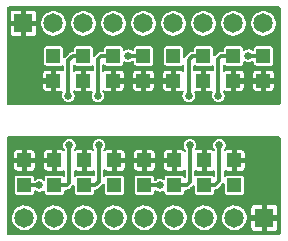
<source format=gtl>
G04 (created by PCBNEW (2013-07-03 BZR 4236)-testing) date Thu 04 Jul 2013 10:30:45 AM CEST*
%MOIN*%
G04 Gerber Fmt 3.4, Leading zero omitted, Abs format*
%FSLAX34Y34*%
G01*
G70*
G90*
G04 APERTURE LIST*
%ADD10C,0.005906*%
%ADD11R,0.064961X0.064961*%
%ADD12C,0.064961*%
%ADD13R,0.047200X0.047200*%
%ADD14C,0.025000*%
%ADD15C,0.011811*%
%ADD16C,0.007874*%
G04 APERTURE END LIST*
G54D10*
G54D11*
X31970Y-29900D03*
G54D12*
X32970Y-29900D03*
X33970Y-29900D03*
X34970Y-29900D03*
X35970Y-29900D03*
X36970Y-29900D03*
X37970Y-29900D03*
X38970Y-29900D03*
X39970Y-29900D03*
G54D13*
X39970Y-31813D03*
X39970Y-30987D03*
X33970Y-31813D03*
X33970Y-30987D03*
X38970Y-31813D03*
X38970Y-30987D03*
X37970Y-31813D03*
X37970Y-30987D03*
X36970Y-31813D03*
X36970Y-30987D03*
X35970Y-31813D03*
X35970Y-30987D03*
X34970Y-31813D03*
X34970Y-30987D03*
X32970Y-31813D03*
X32970Y-30987D03*
G54D11*
X40000Y-36380D03*
G54D12*
X39000Y-36380D03*
X38000Y-36380D03*
X37000Y-36380D03*
X36000Y-36380D03*
X35000Y-36380D03*
X34000Y-36380D03*
X33000Y-36380D03*
X32000Y-36380D03*
G54D13*
X32000Y-35293D03*
X32000Y-34467D03*
X38000Y-35293D03*
X38000Y-34467D03*
X33000Y-35293D03*
X33000Y-34467D03*
X34000Y-35293D03*
X34000Y-34467D03*
X35000Y-35293D03*
X35000Y-34467D03*
X36000Y-35293D03*
X36000Y-34467D03*
X37000Y-35293D03*
X37000Y-34467D03*
X39000Y-35293D03*
X39000Y-34467D03*
G54D14*
X34450Y-32317D03*
X37519Y-33962D03*
X32970Y-30980D03*
X39000Y-35300D03*
X35454Y-30978D03*
X36515Y-35301D03*
X36970Y-30988D03*
X35000Y-35291D03*
X38466Y-32317D03*
X33503Y-33962D03*
X33466Y-32317D03*
X38503Y-33962D03*
X37481Y-32317D03*
X34488Y-33962D03*
X39470Y-30978D03*
X32500Y-35301D03*
G54D15*
X34560Y-30987D02*
X34970Y-30987D01*
X34450Y-31096D02*
X34560Y-30987D01*
X34450Y-32317D02*
X34450Y-31096D01*
X37519Y-33962D02*
X37519Y-35183D01*
X37519Y-35183D02*
X37409Y-35293D01*
X37409Y-35293D02*
X37000Y-35293D01*
X32970Y-30980D02*
X32970Y-30987D01*
X39000Y-35300D02*
X39000Y-35293D01*
X35970Y-30987D02*
X35462Y-30987D01*
X35462Y-30987D02*
X35454Y-30978D01*
X36507Y-35293D02*
X36515Y-35301D01*
X36000Y-35293D02*
X36507Y-35293D01*
X36970Y-30988D02*
X36981Y-30977D01*
X36981Y-30977D02*
X36989Y-30977D01*
X35000Y-35291D02*
X34988Y-35302D01*
X34988Y-35302D02*
X34980Y-35302D01*
X38552Y-30987D02*
X38466Y-31073D01*
X38466Y-31073D02*
X38466Y-32317D01*
X38552Y-30987D02*
X38970Y-30987D01*
X33503Y-35206D02*
X33503Y-33962D01*
X33417Y-35293D02*
X33503Y-35206D01*
X33417Y-35293D02*
X33000Y-35293D01*
X33615Y-30987D02*
X33970Y-30987D01*
X33466Y-31136D02*
X33615Y-30987D01*
X33466Y-32317D02*
X33466Y-31136D01*
X38503Y-35143D02*
X38354Y-35293D01*
X38503Y-33962D02*
X38503Y-35143D01*
X38354Y-35293D02*
X38000Y-35293D01*
X37481Y-31104D02*
X37599Y-30987D01*
X37481Y-32317D02*
X37481Y-31104D01*
X37970Y-30987D02*
X37599Y-30987D01*
X34488Y-35175D02*
X34370Y-35293D01*
X34488Y-33962D02*
X34488Y-35175D01*
X34000Y-35293D02*
X34370Y-35293D01*
X32970Y-31813D02*
X32323Y-31813D01*
X31970Y-31459D02*
X31970Y-29900D01*
X32323Y-31813D02*
X31970Y-31459D01*
X39000Y-34467D02*
X39646Y-34467D01*
X39646Y-34467D02*
X40000Y-34820D01*
X40000Y-34820D02*
X40000Y-36380D01*
X39970Y-30987D02*
X39478Y-30987D01*
X39478Y-30987D02*
X39470Y-30978D01*
X32000Y-35293D02*
X32491Y-35293D01*
X32491Y-35293D02*
X32500Y-35301D01*
G54D10*
G36*
X40512Y-32542D02*
X40510Y-32558D01*
X40508Y-32565D01*
X40504Y-32573D01*
X40499Y-32579D01*
X40493Y-32584D01*
X40486Y-32588D01*
X40478Y-32590D01*
X40463Y-32592D01*
X40412Y-32592D01*
X40412Y-29856D01*
X40396Y-29771D01*
X40362Y-29691D01*
X40314Y-29618D01*
X40253Y-29557D01*
X40181Y-29508D01*
X40101Y-29474D01*
X40016Y-29457D01*
X39929Y-29456D01*
X39844Y-29473D01*
X39763Y-29505D01*
X39691Y-29553D01*
X39629Y-29613D01*
X39579Y-29685D01*
X39545Y-29765D01*
X39527Y-29850D01*
X39526Y-29937D01*
X39542Y-30022D01*
X39574Y-30103D01*
X39621Y-30176D01*
X39681Y-30238D01*
X39752Y-30288D01*
X39832Y-30323D01*
X39917Y-30341D01*
X40004Y-30343D01*
X40089Y-30328D01*
X40170Y-30297D01*
X40244Y-30250D01*
X40306Y-30190D01*
X40356Y-30119D01*
X40392Y-30040D01*
X40411Y-29955D01*
X40412Y-29856D01*
X40412Y-32592D01*
X40343Y-32592D01*
X40343Y-32062D01*
X40343Y-31906D01*
X40343Y-31719D01*
X40343Y-31563D01*
X40338Y-31536D01*
X40328Y-31511D01*
X40324Y-31505D01*
X40324Y-31234D01*
X40324Y-31211D01*
X40324Y-30739D01*
X40319Y-30716D01*
X40310Y-30695D01*
X40297Y-30675D01*
X40281Y-30659D01*
X40261Y-30646D01*
X40240Y-30637D01*
X40217Y-30632D01*
X40194Y-30632D01*
X39722Y-30632D01*
X39699Y-30637D01*
X39678Y-30646D01*
X39658Y-30659D01*
X39642Y-30675D01*
X39629Y-30695D01*
X39620Y-30716D01*
X39615Y-30739D01*
X39615Y-30762D01*
X39615Y-30783D01*
X39586Y-30763D01*
X39542Y-30745D01*
X39495Y-30735D01*
X39447Y-30735D01*
X39412Y-30742D01*
X39412Y-29856D01*
X39396Y-29771D01*
X39362Y-29691D01*
X39314Y-29618D01*
X39253Y-29557D01*
X39181Y-29508D01*
X39101Y-29474D01*
X39016Y-29457D01*
X38929Y-29456D01*
X38844Y-29473D01*
X38763Y-29505D01*
X38691Y-29553D01*
X38629Y-29613D01*
X38579Y-29685D01*
X38545Y-29765D01*
X38527Y-29850D01*
X38526Y-29937D01*
X38542Y-30022D01*
X38574Y-30103D01*
X38621Y-30176D01*
X38681Y-30238D01*
X38752Y-30288D01*
X38832Y-30323D01*
X38917Y-30341D01*
X39004Y-30343D01*
X39089Y-30328D01*
X39170Y-30297D01*
X39244Y-30250D01*
X39306Y-30190D01*
X39356Y-30119D01*
X39392Y-30040D01*
X39411Y-29955D01*
X39412Y-29856D01*
X39412Y-30742D01*
X39401Y-30744D01*
X39356Y-30762D01*
X39324Y-30783D01*
X39324Y-30739D01*
X39319Y-30716D01*
X39310Y-30695D01*
X39297Y-30675D01*
X39281Y-30659D01*
X39261Y-30646D01*
X39240Y-30637D01*
X39217Y-30632D01*
X39194Y-30632D01*
X38722Y-30632D01*
X38699Y-30637D01*
X38678Y-30646D01*
X38658Y-30659D01*
X38642Y-30675D01*
X38629Y-30695D01*
X38620Y-30716D01*
X38615Y-30739D01*
X38615Y-30762D01*
X38615Y-30809D01*
X38552Y-30809D01*
X38536Y-30811D01*
X38519Y-30812D01*
X38518Y-30813D01*
X38517Y-30813D01*
X38502Y-30817D01*
X38486Y-30822D01*
X38485Y-30822D01*
X38484Y-30823D01*
X38470Y-30830D01*
X38455Y-30838D01*
X38455Y-30838D01*
X38454Y-30839D01*
X38441Y-30849D01*
X38428Y-30859D01*
X38427Y-30861D01*
X38427Y-30861D01*
X38427Y-30861D01*
X38427Y-30861D01*
X38412Y-30875D01*
X38412Y-29856D01*
X38396Y-29771D01*
X38362Y-29691D01*
X38314Y-29618D01*
X38253Y-29557D01*
X38181Y-29508D01*
X38101Y-29474D01*
X38016Y-29457D01*
X37929Y-29456D01*
X37844Y-29473D01*
X37763Y-29505D01*
X37691Y-29553D01*
X37629Y-29613D01*
X37579Y-29685D01*
X37545Y-29765D01*
X37527Y-29850D01*
X37526Y-29937D01*
X37542Y-30022D01*
X37574Y-30103D01*
X37621Y-30176D01*
X37681Y-30238D01*
X37752Y-30288D01*
X37832Y-30323D01*
X37917Y-30341D01*
X38004Y-30343D01*
X38089Y-30328D01*
X38170Y-30297D01*
X38244Y-30250D01*
X38306Y-30190D01*
X38356Y-30119D01*
X38392Y-30040D01*
X38411Y-29955D01*
X38412Y-29856D01*
X38412Y-30875D01*
X38340Y-30947D01*
X38330Y-30960D01*
X38324Y-30968D01*
X38324Y-30739D01*
X38319Y-30716D01*
X38310Y-30695D01*
X38297Y-30675D01*
X38281Y-30659D01*
X38261Y-30646D01*
X38240Y-30637D01*
X38217Y-30632D01*
X38194Y-30632D01*
X37722Y-30632D01*
X37699Y-30637D01*
X37678Y-30646D01*
X37658Y-30659D01*
X37642Y-30675D01*
X37629Y-30695D01*
X37620Y-30716D01*
X37615Y-30739D01*
X37615Y-30762D01*
X37615Y-30809D01*
X37599Y-30809D01*
X37583Y-30811D01*
X37566Y-30812D01*
X37566Y-30813D01*
X37565Y-30813D01*
X37549Y-30817D01*
X37533Y-30822D01*
X37532Y-30822D01*
X37532Y-30823D01*
X37517Y-30830D01*
X37503Y-30838D01*
X37502Y-30838D01*
X37501Y-30839D01*
X37488Y-30849D01*
X37476Y-30859D01*
X37474Y-30861D01*
X37474Y-30861D01*
X37474Y-30861D01*
X37474Y-30861D01*
X37412Y-30923D01*
X37412Y-29856D01*
X37396Y-29771D01*
X37362Y-29691D01*
X37314Y-29618D01*
X37253Y-29557D01*
X37181Y-29508D01*
X37101Y-29474D01*
X37016Y-29457D01*
X36929Y-29456D01*
X36844Y-29473D01*
X36763Y-29505D01*
X36691Y-29553D01*
X36629Y-29613D01*
X36579Y-29685D01*
X36545Y-29765D01*
X36527Y-29850D01*
X36526Y-29937D01*
X36542Y-30022D01*
X36574Y-30103D01*
X36621Y-30176D01*
X36681Y-30238D01*
X36752Y-30288D01*
X36832Y-30323D01*
X36917Y-30341D01*
X37004Y-30343D01*
X37089Y-30328D01*
X37170Y-30297D01*
X37244Y-30250D01*
X37306Y-30190D01*
X37356Y-30119D01*
X37392Y-30040D01*
X37411Y-29955D01*
X37412Y-29856D01*
X37412Y-30923D01*
X37356Y-30979D01*
X37346Y-30992D01*
X37335Y-31004D01*
X37335Y-31005D01*
X37334Y-31006D01*
X37326Y-31020D01*
X37324Y-31025D01*
X37324Y-30739D01*
X37319Y-30716D01*
X37310Y-30695D01*
X37297Y-30675D01*
X37281Y-30659D01*
X37261Y-30646D01*
X37240Y-30637D01*
X37217Y-30632D01*
X37194Y-30632D01*
X36722Y-30632D01*
X36699Y-30637D01*
X36678Y-30646D01*
X36658Y-30659D01*
X36642Y-30675D01*
X36629Y-30695D01*
X36620Y-30716D01*
X36615Y-30739D01*
X36615Y-30762D01*
X36615Y-31234D01*
X36620Y-31257D01*
X36629Y-31278D01*
X36642Y-31298D01*
X36658Y-31314D01*
X36678Y-31327D01*
X36699Y-31336D01*
X36722Y-31341D01*
X36745Y-31341D01*
X37217Y-31341D01*
X37240Y-31336D01*
X37261Y-31327D01*
X37281Y-31314D01*
X37297Y-31298D01*
X37304Y-31287D01*
X37304Y-31480D01*
X37293Y-31469D01*
X37271Y-31454D01*
X37246Y-31444D01*
X37219Y-31439D01*
X37192Y-31439D01*
X37063Y-31439D01*
X37029Y-31473D01*
X37029Y-31753D01*
X37036Y-31753D01*
X37036Y-31872D01*
X37029Y-31872D01*
X37029Y-32152D01*
X37063Y-32186D01*
X37192Y-32186D01*
X37219Y-32186D01*
X37246Y-32181D01*
X37271Y-32171D01*
X37293Y-32156D01*
X37304Y-32145D01*
X37304Y-32150D01*
X37294Y-32160D01*
X37267Y-32199D01*
X37248Y-32243D01*
X37239Y-32290D01*
X37238Y-32337D01*
X37246Y-32384D01*
X37264Y-32428D01*
X37290Y-32469D01*
X37323Y-32503D01*
X37362Y-32530D01*
X37406Y-32549D01*
X37452Y-32559D01*
X37500Y-32560D01*
X37547Y-32552D01*
X37591Y-32535D01*
X37632Y-32509D01*
X37666Y-32476D01*
X37694Y-32437D01*
X37713Y-32394D01*
X37724Y-32347D01*
X37724Y-32293D01*
X37715Y-32246D01*
X37697Y-32202D01*
X37679Y-32175D01*
X37693Y-32181D01*
X37720Y-32186D01*
X37747Y-32186D01*
X37876Y-32186D01*
X37910Y-32152D01*
X37910Y-31872D01*
X37903Y-31872D01*
X37903Y-31753D01*
X37910Y-31753D01*
X37910Y-31473D01*
X37876Y-31439D01*
X37747Y-31439D01*
X37720Y-31439D01*
X37693Y-31444D01*
X37668Y-31454D01*
X37658Y-31461D01*
X37658Y-31314D01*
X37678Y-31327D01*
X37699Y-31336D01*
X37722Y-31341D01*
X37745Y-31341D01*
X38217Y-31341D01*
X38240Y-31336D01*
X38261Y-31327D01*
X38281Y-31314D01*
X38288Y-31307D01*
X38288Y-31466D01*
X38271Y-31454D01*
X38246Y-31444D01*
X38219Y-31439D01*
X38192Y-31439D01*
X38063Y-31439D01*
X38029Y-31473D01*
X38029Y-31753D01*
X38036Y-31753D01*
X38036Y-31872D01*
X38029Y-31872D01*
X38029Y-32152D01*
X38063Y-32186D01*
X38192Y-32186D01*
X38219Y-32186D01*
X38246Y-32181D01*
X38271Y-32171D01*
X38271Y-32170D01*
X38251Y-32199D01*
X38233Y-32243D01*
X38223Y-32290D01*
X38222Y-32337D01*
X38231Y-32384D01*
X38248Y-32428D01*
X38274Y-32469D01*
X38307Y-32503D01*
X38346Y-32530D01*
X38390Y-32549D01*
X38437Y-32559D01*
X38484Y-32560D01*
X38531Y-32552D01*
X38576Y-32535D01*
X38616Y-32509D01*
X38650Y-32476D01*
X38678Y-32437D01*
X38697Y-32394D01*
X38708Y-32347D01*
X38709Y-32293D01*
X38699Y-32246D01*
X38681Y-32202D01*
X38655Y-32162D01*
X38653Y-32160D01*
X38668Y-32171D01*
X38693Y-32181D01*
X38720Y-32186D01*
X38747Y-32186D01*
X38876Y-32186D01*
X38910Y-32152D01*
X38910Y-31872D01*
X38903Y-31872D01*
X38903Y-31753D01*
X38910Y-31753D01*
X38910Y-31473D01*
X38876Y-31439D01*
X38747Y-31439D01*
X38720Y-31439D01*
X38693Y-31444D01*
X38668Y-31454D01*
X38646Y-31469D01*
X38643Y-31472D01*
X38643Y-31299D01*
X38658Y-31314D01*
X38678Y-31327D01*
X38699Y-31336D01*
X38722Y-31341D01*
X38745Y-31341D01*
X39217Y-31341D01*
X39240Y-31336D01*
X39261Y-31327D01*
X39281Y-31314D01*
X39297Y-31298D01*
X39310Y-31278D01*
X39319Y-31257D01*
X39324Y-31234D01*
X39324Y-31211D01*
X39324Y-31173D01*
X39350Y-31191D01*
X39394Y-31211D01*
X39441Y-31221D01*
X39488Y-31222D01*
X39535Y-31214D01*
X39580Y-31196D01*
X39615Y-31174D01*
X39615Y-31234D01*
X39620Y-31257D01*
X39629Y-31278D01*
X39642Y-31298D01*
X39658Y-31314D01*
X39678Y-31327D01*
X39699Y-31336D01*
X39722Y-31341D01*
X39745Y-31341D01*
X40217Y-31341D01*
X40240Y-31336D01*
X40261Y-31327D01*
X40281Y-31314D01*
X40297Y-31298D01*
X40310Y-31278D01*
X40319Y-31257D01*
X40324Y-31234D01*
X40324Y-31505D01*
X40313Y-31489D01*
X40293Y-31469D01*
X40271Y-31454D01*
X40246Y-31444D01*
X40219Y-31439D01*
X40192Y-31439D01*
X40063Y-31439D01*
X40029Y-31473D01*
X40029Y-31753D01*
X40309Y-31753D01*
X40343Y-31719D01*
X40343Y-31906D01*
X40309Y-31872D01*
X40029Y-31872D01*
X40029Y-32152D01*
X40063Y-32186D01*
X40192Y-32186D01*
X40219Y-32186D01*
X40246Y-32181D01*
X40271Y-32171D01*
X40293Y-32156D01*
X40313Y-32136D01*
X40328Y-32114D01*
X40338Y-32089D01*
X40343Y-32062D01*
X40343Y-32592D01*
X39910Y-32592D01*
X39910Y-32152D01*
X39910Y-31872D01*
X39910Y-31753D01*
X39910Y-31473D01*
X39876Y-31439D01*
X39747Y-31439D01*
X39720Y-31439D01*
X39693Y-31444D01*
X39668Y-31454D01*
X39646Y-31469D01*
X39626Y-31489D01*
X39611Y-31511D01*
X39601Y-31536D01*
X39596Y-31563D01*
X39596Y-31719D01*
X39630Y-31753D01*
X39910Y-31753D01*
X39910Y-31872D01*
X39630Y-31872D01*
X39596Y-31906D01*
X39596Y-32062D01*
X39601Y-32089D01*
X39611Y-32114D01*
X39626Y-32136D01*
X39646Y-32156D01*
X39668Y-32171D01*
X39693Y-32181D01*
X39720Y-32186D01*
X39747Y-32186D01*
X39876Y-32186D01*
X39910Y-32152D01*
X39910Y-32592D01*
X39343Y-32592D01*
X39343Y-32062D01*
X39343Y-31906D01*
X39343Y-31719D01*
X39343Y-31563D01*
X39338Y-31536D01*
X39328Y-31511D01*
X39313Y-31489D01*
X39293Y-31469D01*
X39271Y-31454D01*
X39246Y-31444D01*
X39219Y-31439D01*
X39192Y-31439D01*
X39063Y-31439D01*
X39029Y-31473D01*
X39029Y-31753D01*
X39309Y-31753D01*
X39343Y-31719D01*
X39343Y-31906D01*
X39309Y-31872D01*
X39029Y-31872D01*
X39029Y-32152D01*
X39063Y-32186D01*
X39192Y-32186D01*
X39219Y-32186D01*
X39246Y-32181D01*
X39271Y-32171D01*
X39293Y-32156D01*
X39313Y-32136D01*
X39328Y-32114D01*
X39338Y-32089D01*
X39343Y-32062D01*
X39343Y-32592D01*
X36910Y-32592D01*
X36910Y-32152D01*
X36910Y-31872D01*
X36910Y-31753D01*
X36910Y-31473D01*
X36876Y-31439D01*
X36747Y-31439D01*
X36720Y-31439D01*
X36693Y-31444D01*
X36668Y-31454D01*
X36646Y-31469D01*
X36626Y-31489D01*
X36611Y-31511D01*
X36601Y-31536D01*
X36596Y-31563D01*
X36596Y-31719D01*
X36630Y-31753D01*
X36910Y-31753D01*
X36910Y-31872D01*
X36630Y-31872D01*
X36596Y-31906D01*
X36596Y-32062D01*
X36601Y-32089D01*
X36611Y-32114D01*
X36626Y-32136D01*
X36646Y-32156D01*
X36668Y-32171D01*
X36693Y-32181D01*
X36720Y-32186D01*
X36747Y-32186D01*
X36876Y-32186D01*
X36910Y-32152D01*
X36910Y-32592D01*
X36412Y-32592D01*
X36412Y-29856D01*
X36396Y-29771D01*
X36362Y-29691D01*
X36314Y-29618D01*
X36253Y-29557D01*
X36181Y-29508D01*
X36101Y-29474D01*
X36016Y-29457D01*
X35929Y-29456D01*
X35844Y-29473D01*
X35763Y-29505D01*
X35691Y-29553D01*
X35629Y-29613D01*
X35579Y-29685D01*
X35545Y-29765D01*
X35527Y-29850D01*
X35526Y-29937D01*
X35542Y-30022D01*
X35574Y-30103D01*
X35621Y-30176D01*
X35681Y-30238D01*
X35752Y-30288D01*
X35832Y-30323D01*
X35917Y-30341D01*
X36004Y-30343D01*
X36089Y-30328D01*
X36170Y-30297D01*
X36244Y-30250D01*
X36306Y-30190D01*
X36356Y-30119D01*
X36392Y-30040D01*
X36411Y-29955D01*
X36412Y-29856D01*
X36412Y-32592D01*
X36343Y-32592D01*
X36343Y-32062D01*
X36343Y-31906D01*
X36343Y-31719D01*
X36343Y-31563D01*
X36338Y-31536D01*
X36328Y-31511D01*
X36324Y-31505D01*
X36324Y-31234D01*
X36324Y-31211D01*
X36324Y-30739D01*
X36319Y-30716D01*
X36310Y-30695D01*
X36297Y-30675D01*
X36281Y-30659D01*
X36261Y-30646D01*
X36240Y-30637D01*
X36217Y-30632D01*
X36194Y-30632D01*
X35722Y-30632D01*
X35699Y-30637D01*
X35678Y-30646D01*
X35658Y-30659D01*
X35642Y-30675D01*
X35629Y-30695D01*
X35620Y-30716D01*
X35615Y-30739D01*
X35615Y-30762D01*
X35615Y-30796D01*
X35609Y-30790D01*
X35570Y-30763D01*
X35526Y-30745D01*
X35479Y-30735D01*
X35432Y-30735D01*
X35412Y-30739D01*
X35412Y-29856D01*
X35396Y-29771D01*
X35362Y-29691D01*
X35314Y-29618D01*
X35253Y-29557D01*
X35181Y-29508D01*
X35101Y-29474D01*
X35016Y-29457D01*
X34929Y-29456D01*
X34844Y-29473D01*
X34763Y-29505D01*
X34691Y-29553D01*
X34629Y-29613D01*
X34579Y-29685D01*
X34545Y-29765D01*
X34527Y-29850D01*
X34526Y-29937D01*
X34542Y-30022D01*
X34574Y-30103D01*
X34621Y-30176D01*
X34681Y-30238D01*
X34752Y-30288D01*
X34832Y-30323D01*
X34917Y-30341D01*
X35004Y-30343D01*
X35089Y-30328D01*
X35170Y-30297D01*
X35244Y-30250D01*
X35306Y-30190D01*
X35356Y-30119D01*
X35392Y-30040D01*
X35411Y-29955D01*
X35412Y-29856D01*
X35412Y-30739D01*
X35385Y-30744D01*
X35341Y-30762D01*
X35324Y-30773D01*
X35324Y-30739D01*
X35319Y-30716D01*
X35310Y-30695D01*
X35297Y-30675D01*
X35281Y-30659D01*
X35261Y-30646D01*
X35240Y-30637D01*
X35217Y-30632D01*
X35194Y-30632D01*
X34722Y-30632D01*
X34699Y-30637D01*
X34678Y-30646D01*
X34658Y-30659D01*
X34642Y-30675D01*
X34629Y-30695D01*
X34620Y-30716D01*
X34615Y-30739D01*
X34615Y-30762D01*
X34615Y-30809D01*
X34560Y-30809D01*
X34543Y-30811D01*
X34527Y-30812D01*
X34526Y-30813D01*
X34525Y-30813D01*
X34510Y-30817D01*
X34494Y-30822D01*
X34493Y-30822D01*
X34492Y-30823D01*
X34478Y-30830D01*
X34463Y-30838D01*
X34462Y-30838D01*
X34462Y-30839D01*
X34449Y-30849D01*
X34436Y-30859D01*
X34435Y-30861D01*
X34435Y-30861D01*
X34435Y-30861D01*
X34434Y-30861D01*
X34412Y-30883D01*
X34412Y-29856D01*
X34396Y-29771D01*
X34362Y-29691D01*
X34314Y-29618D01*
X34253Y-29557D01*
X34181Y-29508D01*
X34101Y-29474D01*
X34016Y-29457D01*
X33929Y-29456D01*
X33844Y-29473D01*
X33763Y-29505D01*
X33691Y-29553D01*
X33629Y-29613D01*
X33579Y-29685D01*
X33545Y-29765D01*
X33527Y-29850D01*
X33526Y-29937D01*
X33542Y-30022D01*
X33574Y-30103D01*
X33621Y-30176D01*
X33681Y-30238D01*
X33752Y-30288D01*
X33832Y-30323D01*
X33917Y-30341D01*
X34004Y-30343D01*
X34089Y-30328D01*
X34170Y-30297D01*
X34244Y-30250D01*
X34306Y-30190D01*
X34356Y-30119D01*
X34392Y-30040D01*
X34411Y-29955D01*
X34412Y-29856D01*
X34412Y-30883D01*
X34325Y-30971D01*
X34324Y-30972D01*
X34324Y-30739D01*
X34319Y-30716D01*
X34310Y-30695D01*
X34297Y-30675D01*
X34281Y-30659D01*
X34261Y-30646D01*
X34240Y-30637D01*
X34217Y-30632D01*
X34194Y-30632D01*
X33722Y-30632D01*
X33699Y-30637D01*
X33678Y-30646D01*
X33658Y-30659D01*
X33642Y-30675D01*
X33629Y-30695D01*
X33620Y-30716D01*
X33615Y-30739D01*
X33615Y-30762D01*
X33615Y-30809D01*
X33615Y-30809D01*
X33599Y-30811D01*
X33582Y-30812D01*
X33581Y-30813D01*
X33580Y-30813D01*
X33565Y-30817D01*
X33549Y-30822D01*
X33548Y-30822D01*
X33547Y-30823D01*
X33533Y-30830D01*
X33518Y-30838D01*
X33518Y-30838D01*
X33517Y-30839D01*
X33504Y-30849D01*
X33491Y-30859D01*
X33490Y-30861D01*
X33490Y-30861D01*
X33490Y-30861D01*
X33490Y-30861D01*
X33412Y-30938D01*
X33412Y-29856D01*
X33396Y-29771D01*
X33362Y-29691D01*
X33314Y-29618D01*
X33253Y-29557D01*
X33181Y-29508D01*
X33101Y-29474D01*
X33016Y-29457D01*
X32929Y-29456D01*
X32844Y-29473D01*
X32763Y-29505D01*
X32691Y-29553D01*
X32629Y-29613D01*
X32579Y-29685D01*
X32545Y-29765D01*
X32527Y-29850D01*
X32526Y-29937D01*
X32542Y-30022D01*
X32574Y-30103D01*
X32621Y-30176D01*
X32681Y-30238D01*
X32752Y-30288D01*
X32832Y-30323D01*
X32917Y-30341D01*
X33004Y-30343D01*
X33089Y-30328D01*
X33170Y-30297D01*
X33244Y-30250D01*
X33306Y-30190D01*
X33356Y-30119D01*
X33392Y-30040D01*
X33411Y-29955D01*
X33412Y-29856D01*
X33412Y-30938D01*
X33340Y-31010D01*
X33330Y-31023D01*
X33324Y-31031D01*
X33324Y-30739D01*
X33319Y-30716D01*
X33310Y-30695D01*
X33297Y-30675D01*
X33281Y-30659D01*
X33261Y-30646D01*
X33240Y-30637D01*
X33217Y-30632D01*
X33194Y-30632D01*
X32722Y-30632D01*
X32699Y-30637D01*
X32678Y-30646D01*
X32658Y-30659D01*
X32642Y-30675D01*
X32629Y-30695D01*
X32620Y-30716D01*
X32615Y-30739D01*
X32615Y-30762D01*
X32615Y-31234D01*
X32620Y-31257D01*
X32629Y-31278D01*
X32642Y-31298D01*
X32658Y-31314D01*
X32678Y-31327D01*
X32699Y-31336D01*
X32722Y-31341D01*
X32745Y-31341D01*
X33217Y-31341D01*
X33240Y-31336D01*
X33261Y-31327D01*
X33281Y-31314D01*
X33288Y-31307D01*
X33288Y-31466D01*
X33271Y-31454D01*
X33246Y-31444D01*
X33219Y-31439D01*
X33192Y-31439D01*
X33063Y-31439D01*
X33029Y-31473D01*
X33029Y-31753D01*
X33036Y-31753D01*
X33036Y-31872D01*
X33029Y-31872D01*
X33029Y-32152D01*
X33063Y-32186D01*
X33192Y-32186D01*
X33219Y-32186D01*
X33246Y-32181D01*
X33271Y-32171D01*
X33271Y-32170D01*
X33251Y-32199D01*
X33233Y-32243D01*
X33223Y-32290D01*
X33222Y-32337D01*
X33231Y-32384D01*
X33248Y-32428D01*
X33274Y-32469D01*
X33307Y-32503D01*
X33346Y-32530D01*
X33390Y-32549D01*
X33437Y-32559D01*
X33484Y-32560D01*
X33531Y-32552D01*
X33576Y-32535D01*
X33616Y-32509D01*
X33650Y-32476D01*
X33678Y-32437D01*
X33697Y-32394D01*
X33708Y-32347D01*
X33709Y-32293D01*
X33699Y-32246D01*
X33681Y-32202D01*
X33655Y-32162D01*
X33653Y-32160D01*
X33668Y-32171D01*
X33693Y-32181D01*
X33720Y-32186D01*
X33747Y-32186D01*
X33876Y-32186D01*
X33910Y-32152D01*
X33910Y-31872D01*
X33903Y-31872D01*
X33903Y-31753D01*
X33910Y-31753D01*
X33910Y-31473D01*
X33876Y-31439D01*
X33747Y-31439D01*
X33720Y-31439D01*
X33693Y-31444D01*
X33668Y-31454D01*
X33646Y-31469D01*
X33643Y-31472D01*
X33643Y-31299D01*
X33658Y-31314D01*
X33678Y-31327D01*
X33699Y-31336D01*
X33722Y-31341D01*
X33745Y-31341D01*
X34217Y-31341D01*
X34240Y-31336D01*
X34261Y-31327D01*
X34273Y-31320D01*
X34273Y-31456D01*
X34271Y-31454D01*
X34246Y-31444D01*
X34219Y-31439D01*
X34192Y-31439D01*
X34063Y-31439D01*
X34029Y-31473D01*
X34029Y-31753D01*
X34036Y-31753D01*
X34036Y-31872D01*
X34029Y-31872D01*
X34029Y-32152D01*
X34063Y-32186D01*
X34192Y-32186D01*
X34219Y-32186D01*
X34246Y-32181D01*
X34249Y-32180D01*
X34236Y-32199D01*
X34217Y-32243D01*
X34207Y-32290D01*
X34206Y-32337D01*
X34215Y-32384D01*
X34233Y-32428D01*
X34258Y-32469D01*
X34291Y-32503D01*
X34331Y-32530D01*
X34374Y-32549D01*
X34421Y-32559D01*
X34469Y-32560D01*
X34516Y-32552D01*
X34560Y-32535D01*
X34600Y-32509D01*
X34635Y-32476D01*
X34662Y-32437D01*
X34682Y-32394D01*
X34692Y-32347D01*
X34693Y-32293D01*
X34684Y-32246D01*
X34666Y-32202D01*
X34639Y-32162D01*
X34627Y-32150D01*
X34627Y-32137D01*
X34646Y-32156D01*
X34668Y-32171D01*
X34693Y-32181D01*
X34720Y-32186D01*
X34747Y-32186D01*
X34876Y-32186D01*
X34910Y-32152D01*
X34910Y-31872D01*
X34903Y-31872D01*
X34903Y-31753D01*
X34910Y-31753D01*
X34910Y-31473D01*
X34876Y-31439D01*
X34747Y-31439D01*
X34720Y-31439D01*
X34693Y-31444D01*
X34668Y-31454D01*
X34646Y-31469D01*
X34627Y-31488D01*
X34627Y-31274D01*
X34629Y-31278D01*
X34642Y-31298D01*
X34658Y-31314D01*
X34678Y-31327D01*
X34699Y-31336D01*
X34722Y-31341D01*
X34745Y-31341D01*
X35217Y-31341D01*
X35240Y-31336D01*
X35261Y-31327D01*
X35281Y-31314D01*
X35297Y-31298D01*
X35310Y-31278D01*
X35319Y-31257D01*
X35324Y-31234D01*
X35324Y-31211D01*
X35324Y-31184D01*
X35335Y-31191D01*
X35378Y-31211D01*
X35425Y-31221D01*
X35472Y-31222D01*
X35519Y-31214D01*
X35564Y-31196D01*
X35604Y-31171D01*
X35612Y-31164D01*
X35615Y-31164D01*
X35615Y-31234D01*
X35620Y-31257D01*
X35629Y-31278D01*
X35642Y-31298D01*
X35658Y-31314D01*
X35678Y-31327D01*
X35699Y-31336D01*
X35722Y-31341D01*
X35745Y-31341D01*
X36217Y-31341D01*
X36240Y-31336D01*
X36261Y-31327D01*
X36281Y-31314D01*
X36297Y-31298D01*
X36310Y-31278D01*
X36319Y-31257D01*
X36324Y-31234D01*
X36324Y-31505D01*
X36313Y-31489D01*
X36293Y-31469D01*
X36271Y-31454D01*
X36246Y-31444D01*
X36219Y-31439D01*
X36192Y-31439D01*
X36063Y-31439D01*
X36029Y-31473D01*
X36029Y-31753D01*
X36309Y-31753D01*
X36343Y-31719D01*
X36343Y-31906D01*
X36309Y-31872D01*
X36029Y-31872D01*
X36029Y-32152D01*
X36063Y-32186D01*
X36192Y-32186D01*
X36219Y-32186D01*
X36246Y-32181D01*
X36271Y-32171D01*
X36293Y-32156D01*
X36313Y-32136D01*
X36328Y-32114D01*
X36338Y-32089D01*
X36343Y-32062D01*
X36343Y-32592D01*
X35910Y-32592D01*
X35910Y-32152D01*
X35910Y-31872D01*
X35910Y-31753D01*
X35910Y-31473D01*
X35876Y-31439D01*
X35747Y-31439D01*
X35720Y-31439D01*
X35693Y-31444D01*
X35668Y-31454D01*
X35646Y-31469D01*
X35626Y-31489D01*
X35611Y-31511D01*
X35601Y-31536D01*
X35596Y-31563D01*
X35596Y-31719D01*
X35630Y-31753D01*
X35910Y-31753D01*
X35910Y-31872D01*
X35630Y-31872D01*
X35596Y-31906D01*
X35596Y-32062D01*
X35601Y-32089D01*
X35611Y-32114D01*
X35626Y-32136D01*
X35646Y-32156D01*
X35668Y-32171D01*
X35693Y-32181D01*
X35720Y-32186D01*
X35747Y-32186D01*
X35876Y-32186D01*
X35910Y-32152D01*
X35910Y-32592D01*
X35343Y-32592D01*
X35343Y-32062D01*
X35343Y-31906D01*
X35343Y-31719D01*
X35343Y-31563D01*
X35338Y-31536D01*
X35328Y-31511D01*
X35313Y-31489D01*
X35293Y-31469D01*
X35271Y-31454D01*
X35246Y-31444D01*
X35219Y-31439D01*
X35192Y-31439D01*
X35063Y-31439D01*
X35029Y-31473D01*
X35029Y-31753D01*
X35309Y-31753D01*
X35343Y-31719D01*
X35343Y-31906D01*
X35309Y-31872D01*
X35029Y-31872D01*
X35029Y-32152D01*
X35063Y-32186D01*
X35192Y-32186D01*
X35219Y-32186D01*
X35246Y-32181D01*
X35271Y-32171D01*
X35293Y-32156D01*
X35313Y-32136D01*
X35328Y-32114D01*
X35338Y-32089D01*
X35343Y-32062D01*
X35343Y-32592D01*
X32910Y-32592D01*
X32910Y-32152D01*
X32910Y-31872D01*
X32910Y-31753D01*
X32910Y-31473D01*
X32876Y-31439D01*
X32747Y-31439D01*
X32720Y-31439D01*
X32693Y-31444D01*
X32668Y-31454D01*
X32646Y-31469D01*
X32626Y-31489D01*
X32611Y-31511D01*
X32601Y-31536D01*
X32596Y-31563D01*
X32596Y-31719D01*
X32630Y-31753D01*
X32910Y-31753D01*
X32910Y-31872D01*
X32630Y-31872D01*
X32596Y-31906D01*
X32596Y-32062D01*
X32601Y-32089D01*
X32611Y-32114D01*
X32626Y-32136D01*
X32646Y-32156D01*
X32668Y-32171D01*
X32693Y-32181D01*
X32720Y-32186D01*
X32747Y-32186D01*
X32876Y-32186D01*
X32910Y-32152D01*
X32910Y-32592D01*
X32432Y-32592D01*
X32432Y-30238D01*
X32432Y-30211D01*
X32432Y-29993D01*
X32432Y-29806D01*
X32432Y-29588D01*
X32432Y-29561D01*
X32427Y-29535D01*
X32416Y-29509D01*
X32401Y-29487D01*
X32382Y-29468D01*
X32360Y-29453D01*
X32334Y-29442D01*
X32308Y-29437D01*
X32063Y-29437D01*
X32029Y-29471D01*
X32029Y-29840D01*
X32398Y-29840D01*
X32432Y-29806D01*
X32432Y-29993D01*
X32398Y-29959D01*
X32029Y-29959D01*
X32029Y-30328D01*
X32063Y-30362D01*
X32308Y-30362D01*
X32334Y-30357D01*
X32360Y-30346D01*
X32382Y-30331D01*
X32401Y-30312D01*
X32416Y-30290D01*
X32427Y-30264D01*
X32432Y-30238D01*
X32432Y-32592D01*
X31910Y-32592D01*
X31910Y-30328D01*
X31910Y-29959D01*
X31910Y-29840D01*
X31910Y-29471D01*
X31876Y-29437D01*
X31631Y-29437D01*
X31605Y-29442D01*
X31579Y-29453D01*
X31557Y-29468D01*
X31538Y-29487D01*
X31523Y-29509D01*
X31512Y-29535D01*
X31507Y-29561D01*
X31507Y-29588D01*
X31507Y-29806D01*
X31541Y-29840D01*
X31910Y-29840D01*
X31910Y-29959D01*
X31541Y-29959D01*
X31507Y-29993D01*
X31507Y-30211D01*
X31507Y-30238D01*
X31512Y-30264D01*
X31523Y-30290D01*
X31538Y-30312D01*
X31557Y-30331D01*
X31579Y-30346D01*
X31605Y-30357D01*
X31631Y-30362D01*
X31876Y-30362D01*
X31910Y-30328D01*
X31910Y-32592D01*
X31507Y-32592D01*
X31491Y-32590D01*
X31484Y-32588D01*
X31476Y-32584D01*
X31470Y-32579D01*
X31465Y-32573D01*
X31461Y-32566D01*
X31459Y-32558D01*
X31457Y-32543D01*
X31457Y-29407D01*
X31459Y-29391D01*
X31461Y-29384D01*
X31465Y-29376D01*
X31470Y-29370D01*
X31476Y-29365D01*
X31483Y-29361D01*
X31491Y-29359D01*
X31506Y-29357D01*
X40462Y-29357D01*
X40478Y-29359D01*
X40485Y-29361D01*
X40493Y-29365D01*
X40499Y-29370D01*
X40504Y-29376D01*
X40508Y-29383D01*
X40510Y-29391D01*
X40512Y-29406D01*
X40512Y-32542D01*
X40512Y-32542D01*
G37*
G54D16*
X40512Y-32542D02*
X40510Y-32558D01*
X40508Y-32565D01*
X40504Y-32573D01*
X40499Y-32579D01*
X40493Y-32584D01*
X40486Y-32588D01*
X40478Y-32590D01*
X40463Y-32592D01*
X40412Y-32592D01*
X40412Y-29856D01*
X40396Y-29771D01*
X40362Y-29691D01*
X40314Y-29618D01*
X40253Y-29557D01*
X40181Y-29508D01*
X40101Y-29474D01*
X40016Y-29457D01*
X39929Y-29456D01*
X39844Y-29473D01*
X39763Y-29505D01*
X39691Y-29553D01*
X39629Y-29613D01*
X39579Y-29685D01*
X39545Y-29765D01*
X39527Y-29850D01*
X39526Y-29937D01*
X39542Y-30022D01*
X39574Y-30103D01*
X39621Y-30176D01*
X39681Y-30238D01*
X39752Y-30288D01*
X39832Y-30323D01*
X39917Y-30341D01*
X40004Y-30343D01*
X40089Y-30328D01*
X40170Y-30297D01*
X40244Y-30250D01*
X40306Y-30190D01*
X40356Y-30119D01*
X40392Y-30040D01*
X40411Y-29955D01*
X40412Y-29856D01*
X40412Y-32592D01*
X40343Y-32592D01*
X40343Y-32062D01*
X40343Y-31906D01*
X40343Y-31719D01*
X40343Y-31563D01*
X40338Y-31536D01*
X40328Y-31511D01*
X40324Y-31505D01*
X40324Y-31234D01*
X40324Y-31211D01*
X40324Y-30739D01*
X40319Y-30716D01*
X40310Y-30695D01*
X40297Y-30675D01*
X40281Y-30659D01*
X40261Y-30646D01*
X40240Y-30637D01*
X40217Y-30632D01*
X40194Y-30632D01*
X39722Y-30632D01*
X39699Y-30637D01*
X39678Y-30646D01*
X39658Y-30659D01*
X39642Y-30675D01*
X39629Y-30695D01*
X39620Y-30716D01*
X39615Y-30739D01*
X39615Y-30762D01*
X39615Y-30783D01*
X39586Y-30763D01*
X39542Y-30745D01*
X39495Y-30735D01*
X39447Y-30735D01*
X39412Y-30742D01*
X39412Y-29856D01*
X39396Y-29771D01*
X39362Y-29691D01*
X39314Y-29618D01*
X39253Y-29557D01*
X39181Y-29508D01*
X39101Y-29474D01*
X39016Y-29457D01*
X38929Y-29456D01*
X38844Y-29473D01*
X38763Y-29505D01*
X38691Y-29553D01*
X38629Y-29613D01*
X38579Y-29685D01*
X38545Y-29765D01*
X38527Y-29850D01*
X38526Y-29937D01*
X38542Y-30022D01*
X38574Y-30103D01*
X38621Y-30176D01*
X38681Y-30238D01*
X38752Y-30288D01*
X38832Y-30323D01*
X38917Y-30341D01*
X39004Y-30343D01*
X39089Y-30328D01*
X39170Y-30297D01*
X39244Y-30250D01*
X39306Y-30190D01*
X39356Y-30119D01*
X39392Y-30040D01*
X39411Y-29955D01*
X39412Y-29856D01*
X39412Y-30742D01*
X39401Y-30744D01*
X39356Y-30762D01*
X39324Y-30783D01*
X39324Y-30739D01*
X39319Y-30716D01*
X39310Y-30695D01*
X39297Y-30675D01*
X39281Y-30659D01*
X39261Y-30646D01*
X39240Y-30637D01*
X39217Y-30632D01*
X39194Y-30632D01*
X38722Y-30632D01*
X38699Y-30637D01*
X38678Y-30646D01*
X38658Y-30659D01*
X38642Y-30675D01*
X38629Y-30695D01*
X38620Y-30716D01*
X38615Y-30739D01*
X38615Y-30762D01*
X38615Y-30809D01*
X38552Y-30809D01*
X38536Y-30811D01*
X38519Y-30812D01*
X38518Y-30813D01*
X38517Y-30813D01*
X38502Y-30817D01*
X38486Y-30822D01*
X38485Y-30822D01*
X38484Y-30823D01*
X38470Y-30830D01*
X38455Y-30838D01*
X38455Y-30838D01*
X38454Y-30839D01*
X38441Y-30849D01*
X38428Y-30859D01*
X38427Y-30861D01*
X38427Y-30861D01*
X38427Y-30861D01*
X38427Y-30861D01*
X38412Y-30875D01*
X38412Y-29856D01*
X38396Y-29771D01*
X38362Y-29691D01*
X38314Y-29618D01*
X38253Y-29557D01*
X38181Y-29508D01*
X38101Y-29474D01*
X38016Y-29457D01*
X37929Y-29456D01*
X37844Y-29473D01*
X37763Y-29505D01*
X37691Y-29553D01*
X37629Y-29613D01*
X37579Y-29685D01*
X37545Y-29765D01*
X37527Y-29850D01*
X37526Y-29937D01*
X37542Y-30022D01*
X37574Y-30103D01*
X37621Y-30176D01*
X37681Y-30238D01*
X37752Y-30288D01*
X37832Y-30323D01*
X37917Y-30341D01*
X38004Y-30343D01*
X38089Y-30328D01*
X38170Y-30297D01*
X38244Y-30250D01*
X38306Y-30190D01*
X38356Y-30119D01*
X38392Y-30040D01*
X38411Y-29955D01*
X38412Y-29856D01*
X38412Y-30875D01*
X38340Y-30947D01*
X38330Y-30960D01*
X38324Y-30968D01*
X38324Y-30739D01*
X38319Y-30716D01*
X38310Y-30695D01*
X38297Y-30675D01*
X38281Y-30659D01*
X38261Y-30646D01*
X38240Y-30637D01*
X38217Y-30632D01*
X38194Y-30632D01*
X37722Y-30632D01*
X37699Y-30637D01*
X37678Y-30646D01*
X37658Y-30659D01*
X37642Y-30675D01*
X37629Y-30695D01*
X37620Y-30716D01*
X37615Y-30739D01*
X37615Y-30762D01*
X37615Y-30809D01*
X37599Y-30809D01*
X37583Y-30811D01*
X37566Y-30812D01*
X37566Y-30813D01*
X37565Y-30813D01*
X37549Y-30817D01*
X37533Y-30822D01*
X37532Y-30822D01*
X37532Y-30823D01*
X37517Y-30830D01*
X37503Y-30838D01*
X37502Y-30838D01*
X37501Y-30839D01*
X37488Y-30849D01*
X37476Y-30859D01*
X37474Y-30861D01*
X37474Y-30861D01*
X37474Y-30861D01*
X37474Y-30861D01*
X37412Y-30923D01*
X37412Y-29856D01*
X37396Y-29771D01*
X37362Y-29691D01*
X37314Y-29618D01*
X37253Y-29557D01*
X37181Y-29508D01*
X37101Y-29474D01*
X37016Y-29457D01*
X36929Y-29456D01*
X36844Y-29473D01*
X36763Y-29505D01*
X36691Y-29553D01*
X36629Y-29613D01*
X36579Y-29685D01*
X36545Y-29765D01*
X36527Y-29850D01*
X36526Y-29937D01*
X36542Y-30022D01*
X36574Y-30103D01*
X36621Y-30176D01*
X36681Y-30238D01*
X36752Y-30288D01*
X36832Y-30323D01*
X36917Y-30341D01*
X37004Y-30343D01*
X37089Y-30328D01*
X37170Y-30297D01*
X37244Y-30250D01*
X37306Y-30190D01*
X37356Y-30119D01*
X37392Y-30040D01*
X37411Y-29955D01*
X37412Y-29856D01*
X37412Y-30923D01*
X37356Y-30979D01*
X37346Y-30992D01*
X37335Y-31004D01*
X37335Y-31005D01*
X37334Y-31006D01*
X37326Y-31020D01*
X37324Y-31025D01*
X37324Y-30739D01*
X37319Y-30716D01*
X37310Y-30695D01*
X37297Y-30675D01*
X37281Y-30659D01*
X37261Y-30646D01*
X37240Y-30637D01*
X37217Y-30632D01*
X37194Y-30632D01*
X36722Y-30632D01*
X36699Y-30637D01*
X36678Y-30646D01*
X36658Y-30659D01*
X36642Y-30675D01*
X36629Y-30695D01*
X36620Y-30716D01*
X36615Y-30739D01*
X36615Y-30762D01*
X36615Y-31234D01*
X36620Y-31257D01*
X36629Y-31278D01*
X36642Y-31298D01*
X36658Y-31314D01*
X36678Y-31327D01*
X36699Y-31336D01*
X36722Y-31341D01*
X36745Y-31341D01*
X37217Y-31341D01*
X37240Y-31336D01*
X37261Y-31327D01*
X37281Y-31314D01*
X37297Y-31298D01*
X37304Y-31287D01*
X37304Y-31480D01*
X37293Y-31469D01*
X37271Y-31454D01*
X37246Y-31444D01*
X37219Y-31439D01*
X37192Y-31439D01*
X37063Y-31439D01*
X37029Y-31473D01*
X37029Y-31753D01*
X37036Y-31753D01*
X37036Y-31872D01*
X37029Y-31872D01*
X37029Y-32152D01*
X37063Y-32186D01*
X37192Y-32186D01*
X37219Y-32186D01*
X37246Y-32181D01*
X37271Y-32171D01*
X37293Y-32156D01*
X37304Y-32145D01*
X37304Y-32150D01*
X37294Y-32160D01*
X37267Y-32199D01*
X37248Y-32243D01*
X37239Y-32290D01*
X37238Y-32337D01*
X37246Y-32384D01*
X37264Y-32428D01*
X37290Y-32469D01*
X37323Y-32503D01*
X37362Y-32530D01*
X37406Y-32549D01*
X37452Y-32559D01*
X37500Y-32560D01*
X37547Y-32552D01*
X37591Y-32535D01*
X37632Y-32509D01*
X37666Y-32476D01*
X37694Y-32437D01*
X37713Y-32394D01*
X37724Y-32347D01*
X37724Y-32293D01*
X37715Y-32246D01*
X37697Y-32202D01*
X37679Y-32175D01*
X37693Y-32181D01*
X37720Y-32186D01*
X37747Y-32186D01*
X37876Y-32186D01*
X37910Y-32152D01*
X37910Y-31872D01*
X37903Y-31872D01*
X37903Y-31753D01*
X37910Y-31753D01*
X37910Y-31473D01*
X37876Y-31439D01*
X37747Y-31439D01*
X37720Y-31439D01*
X37693Y-31444D01*
X37668Y-31454D01*
X37658Y-31461D01*
X37658Y-31314D01*
X37678Y-31327D01*
X37699Y-31336D01*
X37722Y-31341D01*
X37745Y-31341D01*
X38217Y-31341D01*
X38240Y-31336D01*
X38261Y-31327D01*
X38281Y-31314D01*
X38288Y-31307D01*
X38288Y-31466D01*
X38271Y-31454D01*
X38246Y-31444D01*
X38219Y-31439D01*
X38192Y-31439D01*
X38063Y-31439D01*
X38029Y-31473D01*
X38029Y-31753D01*
X38036Y-31753D01*
X38036Y-31872D01*
X38029Y-31872D01*
X38029Y-32152D01*
X38063Y-32186D01*
X38192Y-32186D01*
X38219Y-32186D01*
X38246Y-32181D01*
X38271Y-32171D01*
X38271Y-32170D01*
X38251Y-32199D01*
X38233Y-32243D01*
X38223Y-32290D01*
X38222Y-32337D01*
X38231Y-32384D01*
X38248Y-32428D01*
X38274Y-32469D01*
X38307Y-32503D01*
X38346Y-32530D01*
X38390Y-32549D01*
X38437Y-32559D01*
X38484Y-32560D01*
X38531Y-32552D01*
X38576Y-32535D01*
X38616Y-32509D01*
X38650Y-32476D01*
X38678Y-32437D01*
X38697Y-32394D01*
X38708Y-32347D01*
X38709Y-32293D01*
X38699Y-32246D01*
X38681Y-32202D01*
X38655Y-32162D01*
X38653Y-32160D01*
X38668Y-32171D01*
X38693Y-32181D01*
X38720Y-32186D01*
X38747Y-32186D01*
X38876Y-32186D01*
X38910Y-32152D01*
X38910Y-31872D01*
X38903Y-31872D01*
X38903Y-31753D01*
X38910Y-31753D01*
X38910Y-31473D01*
X38876Y-31439D01*
X38747Y-31439D01*
X38720Y-31439D01*
X38693Y-31444D01*
X38668Y-31454D01*
X38646Y-31469D01*
X38643Y-31472D01*
X38643Y-31299D01*
X38658Y-31314D01*
X38678Y-31327D01*
X38699Y-31336D01*
X38722Y-31341D01*
X38745Y-31341D01*
X39217Y-31341D01*
X39240Y-31336D01*
X39261Y-31327D01*
X39281Y-31314D01*
X39297Y-31298D01*
X39310Y-31278D01*
X39319Y-31257D01*
X39324Y-31234D01*
X39324Y-31211D01*
X39324Y-31173D01*
X39350Y-31191D01*
X39394Y-31211D01*
X39441Y-31221D01*
X39488Y-31222D01*
X39535Y-31214D01*
X39580Y-31196D01*
X39615Y-31174D01*
X39615Y-31234D01*
X39620Y-31257D01*
X39629Y-31278D01*
X39642Y-31298D01*
X39658Y-31314D01*
X39678Y-31327D01*
X39699Y-31336D01*
X39722Y-31341D01*
X39745Y-31341D01*
X40217Y-31341D01*
X40240Y-31336D01*
X40261Y-31327D01*
X40281Y-31314D01*
X40297Y-31298D01*
X40310Y-31278D01*
X40319Y-31257D01*
X40324Y-31234D01*
X40324Y-31505D01*
X40313Y-31489D01*
X40293Y-31469D01*
X40271Y-31454D01*
X40246Y-31444D01*
X40219Y-31439D01*
X40192Y-31439D01*
X40063Y-31439D01*
X40029Y-31473D01*
X40029Y-31753D01*
X40309Y-31753D01*
X40343Y-31719D01*
X40343Y-31906D01*
X40309Y-31872D01*
X40029Y-31872D01*
X40029Y-32152D01*
X40063Y-32186D01*
X40192Y-32186D01*
X40219Y-32186D01*
X40246Y-32181D01*
X40271Y-32171D01*
X40293Y-32156D01*
X40313Y-32136D01*
X40328Y-32114D01*
X40338Y-32089D01*
X40343Y-32062D01*
X40343Y-32592D01*
X39910Y-32592D01*
X39910Y-32152D01*
X39910Y-31872D01*
X39910Y-31753D01*
X39910Y-31473D01*
X39876Y-31439D01*
X39747Y-31439D01*
X39720Y-31439D01*
X39693Y-31444D01*
X39668Y-31454D01*
X39646Y-31469D01*
X39626Y-31489D01*
X39611Y-31511D01*
X39601Y-31536D01*
X39596Y-31563D01*
X39596Y-31719D01*
X39630Y-31753D01*
X39910Y-31753D01*
X39910Y-31872D01*
X39630Y-31872D01*
X39596Y-31906D01*
X39596Y-32062D01*
X39601Y-32089D01*
X39611Y-32114D01*
X39626Y-32136D01*
X39646Y-32156D01*
X39668Y-32171D01*
X39693Y-32181D01*
X39720Y-32186D01*
X39747Y-32186D01*
X39876Y-32186D01*
X39910Y-32152D01*
X39910Y-32592D01*
X39343Y-32592D01*
X39343Y-32062D01*
X39343Y-31906D01*
X39343Y-31719D01*
X39343Y-31563D01*
X39338Y-31536D01*
X39328Y-31511D01*
X39313Y-31489D01*
X39293Y-31469D01*
X39271Y-31454D01*
X39246Y-31444D01*
X39219Y-31439D01*
X39192Y-31439D01*
X39063Y-31439D01*
X39029Y-31473D01*
X39029Y-31753D01*
X39309Y-31753D01*
X39343Y-31719D01*
X39343Y-31906D01*
X39309Y-31872D01*
X39029Y-31872D01*
X39029Y-32152D01*
X39063Y-32186D01*
X39192Y-32186D01*
X39219Y-32186D01*
X39246Y-32181D01*
X39271Y-32171D01*
X39293Y-32156D01*
X39313Y-32136D01*
X39328Y-32114D01*
X39338Y-32089D01*
X39343Y-32062D01*
X39343Y-32592D01*
X36910Y-32592D01*
X36910Y-32152D01*
X36910Y-31872D01*
X36910Y-31753D01*
X36910Y-31473D01*
X36876Y-31439D01*
X36747Y-31439D01*
X36720Y-31439D01*
X36693Y-31444D01*
X36668Y-31454D01*
X36646Y-31469D01*
X36626Y-31489D01*
X36611Y-31511D01*
X36601Y-31536D01*
X36596Y-31563D01*
X36596Y-31719D01*
X36630Y-31753D01*
X36910Y-31753D01*
X36910Y-31872D01*
X36630Y-31872D01*
X36596Y-31906D01*
X36596Y-32062D01*
X36601Y-32089D01*
X36611Y-32114D01*
X36626Y-32136D01*
X36646Y-32156D01*
X36668Y-32171D01*
X36693Y-32181D01*
X36720Y-32186D01*
X36747Y-32186D01*
X36876Y-32186D01*
X36910Y-32152D01*
X36910Y-32592D01*
X36412Y-32592D01*
X36412Y-29856D01*
X36396Y-29771D01*
X36362Y-29691D01*
X36314Y-29618D01*
X36253Y-29557D01*
X36181Y-29508D01*
X36101Y-29474D01*
X36016Y-29457D01*
X35929Y-29456D01*
X35844Y-29473D01*
X35763Y-29505D01*
X35691Y-29553D01*
X35629Y-29613D01*
X35579Y-29685D01*
X35545Y-29765D01*
X35527Y-29850D01*
X35526Y-29937D01*
X35542Y-30022D01*
X35574Y-30103D01*
X35621Y-30176D01*
X35681Y-30238D01*
X35752Y-30288D01*
X35832Y-30323D01*
X35917Y-30341D01*
X36004Y-30343D01*
X36089Y-30328D01*
X36170Y-30297D01*
X36244Y-30250D01*
X36306Y-30190D01*
X36356Y-30119D01*
X36392Y-30040D01*
X36411Y-29955D01*
X36412Y-29856D01*
X36412Y-32592D01*
X36343Y-32592D01*
X36343Y-32062D01*
X36343Y-31906D01*
X36343Y-31719D01*
X36343Y-31563D01*
X36338Y-31536D01*
X36328Y-31511D01*
X36324Y-31505D01*
X36324Y-31234D01*
X36324Y-31211D01*
X36324Y-30739D01*
X36319Y-30716D01*
X36310Y-30695D01*
X36297Y-30675D01*
X36281Y-30659D01*
X36261Y-30646D01*
X36240Y-30637D01*
X36217Y-30632D01*
X36194Y-30632D01*
X35722Y-30632D01*
X35699Y-30637D01*
X35678Y-30646D01*
X35658Y-30659D01*
X35642Y-30675D01*
X35629Y-30695D01*
X35620Y-30716D01*
X35615Y-30739D01*
X35615Y-30762D01*
X35615Y-30796D01*
X35609Y-30790D01*
X35570Y-30763D01*
X35526Y-30745D01*
X35479Y-30735D01*
X35432Y-30735D01*
X35412Y-30739D01*
X35412Y-29856D01*
X35396Y-29771D01*
X35362Y-29691D01*
X35314Y-29618D01*
X35253Y-29557D01*
X35181Y-29508D01*
X35101Y-29474D01*
X35016Y-29457D01*
X34929Y-29456D01*
X34844Y-29473D01*
X34763Y-29505D01*
X34691Y-29553D01*
X34629Y-29613D01*
X34579Y-29685D01*
X34545Y-29765D01*
X34527Y-29850D01*
X34526Y-29937D01*
X34542Y-30022D01*
X34574Y-30103D01*
X34621Y-30176D01*
X34681Y-30238D01*
X34752Y-30288D01*
X34832Y-30323D01*
X34917Y-30341D01*
X35004Y-30343D01*
X35089Y-30328D01*
X35170Y-30297D01*
X35244Y-30250D01*
X35306Y-30190D01*
X35356Y-30119D01*
X35392Y-30040D01*
X35411Y-29955D01*
X35412Y-29856D01*
X35412Y-30739D01*
X35385Y-30744D01*
X35341Y-30762D01*
X35324Y-30773D01*
X35324Y-30739D01*
X35319Y-30716D01*
X35310Y-30695D01*
X35297Y-30675D01*
X35281Y-30659D01*
X35261Y-30646D01*
X35240Y-30637D01*
X35217Y-30632D01*
X35194Y-30632D01*
X34722Y-30632D01*
X34699Y-30637D01*
X34678Y-30646D01*
X34658Y-30659D01*
X34642Y-30675D01*
X34629Y-30695D01*
X34620Y-30716D01*
X34615Y-30739D01*
X34615Y-30762D01*
X34615Y-30809D01*
X34560Y-30809D01*
X34543Y-30811D01*
X34527Y-30812D01*
X34526Y-30813D01*
X34525Y-30813D01*
X34510Y-30817D01*
X34494Y-30822D01*
X34493Y-30822D01*
X34492Y-30823D01*
X34478Y-30830D01*
X34463Y-30838D01*
X34462Y-30838D01*
X34462Y-30839D01*
X34449Y-30849D01*
X34436Y-30859D01*
X34435Y-30861D01*
X34435Y-30861D01*
X34435Y-30861D01*
X34434Y-30861D01*
X34412Y-30883D01*
X34412Y-29856D01*
X34396Y-29771D01*
X34362Y-29691D01*
X34314Y-29618D01*
X34253Y-29557D01*
X34181Y-29508D01*
X34101Y-29474D01*
X34016Y-29457D01*
X33929Y-29456D01*
X33844Y-29473D01*
X33763Y-29505D01*
X33691Y-29553D01*
X33629Y-29613D01*
X33579Y-29685D01*
X33545Y-29765D01*
X33527Y-29850D01*
X33526Y-29937D01*
X33542Y-30022D01*
X33574Y-30103D01*
X33621Y-30176D01*
X33681Y-30238D01*
X33752Y-30288D01*
X33832Y-30323D01*
X33917Y-30341D01*
X34004Y-30343D01*
X34089Y-30328D01*
X34170Y-30297D01*
X34244Y-30250D01*
X34306Y-30190D01*
X34356Y-30119D01*
X34392Y-30040D01*
X34411Y-29955D01*
X34412Y-29856D01*
X34412Y-30883D01*
X34325Y-30971D01*
X34324Y-30972D01*
X34324Y-30739D01*
X34319Y-30716D01*
X34310Y-30695D01*
X34297Y-30675D01*
X34281Y-30659D01*
X34261Y-30646D01*
X34240Y-30637D01*
X34217Y-30632D01*
X34194Y-30632D01*
X33722Y-30632D01*
X33699Y-30637D01*
X33678Y-30646D01*
X33658Y-30659D01*
X33642Y-30675D01*
X33629Y-30695D01*
X33620Y-30716D01*
X33615Y-30739D01*
X33615Y-30762D01*
X33615Y-30809D01*
X33615Y-30809D01*
X33599Y-30811D01*
X33582Y-30812D01*
X33581Y-30813D01*
X33580Y-30813D01*
X33565Y-30817D01*
X33549Y-30822D01*
X33548Y-30822D01*
X33547Y-30823D01*
X33533Y-30830D01*
X33518Y-30838D01*
X33518Y-30838D01*
X33517Y-30839D01*
X33504Y-30849D01*
X33491Y-30859D01*
X33490Y-30861D01*
X33490Y-30861D01*
X33490Y-30861D01*
X33490Y-30861D01*
X33412Y-30938D01*
X33412Y-29856D01*
X33396Y-29771D01*
X33362Y-29691D01*
X33314Y-29618D01*
X33253Y-29557D01*
X33181Y-29508D01*
X33101Y-29474D01*
X33016Y-29457D01*
X32929Y-29456D01*
X32844Y-29473D01*
X32763Y-29505D01*
X32691Y-29553D01*
X32629Y-29613D01*
X32579Y-29685D01*
X32545Y-29765D01*
X32527Y-29850D01*
X32526Y-29937D01*
X32542Y-30022D01*
X32574Y-30103D01*
X32621Y-30176D01*
X32681Y-30238D01*
X32752Y-30288D01*
X32832Y-30323D01*
X32917Y-30341D01*
X33004Y-30343D01*
X33089Y-30328D01*
X33170Y-30297D01*
X33244Y-30250D01*
X33306Y-30190D01*
X33356Y-30119D01*
X33392Y-30040D01*
X33411Y-29955D01*
X33412Y-29856D01*
X33412Y-30938D01*
X33340Y-31010D01*
X33330Y-31023D01*
X33324Y-31031D01*
X33324Y-30739D01*
X33319Y-30716D01*
X33310Y-30695D01*
X33297Y-30675D01*
X33281Y-30659D01*
X33261Y-30646D01*
X33240Y-30637D01*
X33217Y-30632D01*
X33194Y-30632D01*
X32722Y-30632D01*
X32699Y-30637D01*
X32678Y-30646D01*
X32658Y-30659D01*
X32642Y-30675D01*
X32629Y-30695D01*
X32620Y-30716D01*
X32615Y-30739D01*
X32615Y-30762D01*
X32615Y-31234D01*
X32620Y-31257D01*
X32629Y-31278D01*
X32642Y-31298D01*
X32658Y-31314D01*
X32678Y-31327D01*
X32699Y-31336D01*
X32722Y-31341D01*
X32745Y-31341D01*
X33217Y-31341D01*
X33240Y-31336D01*
X33261Y-31327D01*
X33281Y-31314D01*
X33288Y-31307D01*
X33288Y-31466D01*
X33271Y-31454D01*
X33246Y-31444D01*
X33219Y-31439D01*
X33192Y-31439D01*
X33063Y-31439D01*
X33029Y-31473D01*
X33029Y-31753D01*
X33036Y-31753D01*
X33036Y-31872D01*
X33029Y-31872D01*
X33029Y-32152D01*
X33063Y-32186D01*
X33192Y-32186D01*
X33219Y-32186D01*
X33246Y-32181D01*
X33271Y-32171D01*
X33271Y-32170D01*
X33251Y-32199D01*
X33233Y-32243D01*
X33223Y-32290D01*
X33222Y-32337D01*
X33231Y-32384D01*
X33248Y-32428D01*
X33274Y-32469D01*
X33307Y-32503D01*
X33346Y-32530D01*
X33390Y-32549D01*
X33437Y-32559D01*
X33484Y-32560D01*
X33531Y-32552D01*
X33576Y-32535D01*
X33616Y-32509D01*
X33650Y-32476D01*
X33678Y-32437D01*
X33697Y-32394D01*
X33708Y-32347D01*
X33709Y-32293D01*
X33699Y-32246D01*
X33681Y-32202D01*
X33655Y-32162D01*
X33653Y-32160D01*
X33668Y-32171D01*
X33693Y-32181D01*
X33720Y-32186D01*
X33747Y-32186D01*
X33876Y-32186D01*
X33910Y-32152D01*
X33910Y-31872D01*
X33903Y-31872D01*
X33903Y-31753D01*
X33910Y-31753D01*
X33910Y-31473D01*
X33876Y-31439D01*
X33747Y-31439D01*
X33720Y-31439D01*
X33693Y-31444D01*
X33668Y-31454D01*
X33646Y-31469D01*
X33643Y-31472D01*
X33643Y-31299D01*
X33658Y-31314D01*
X33678Y-31327D01*
X33699Y-31336D01*
X33722Y-31341D01*
X33745Y-31341D01*
X34217Y-31341D01*
X34240Y-31336D01*
X34261Y-31327D01*
X34273Y-31320D01*
X34273Y-31456D01*
X34271Y-31454D01*
X34246Y-31444D01*
X34219Y-31439D01*
X34192Y-31439D01*
X34063Y-31439D01*
X34029Y-31473D01*
X34029Y-31753D01*
X34036Y-31753D01*
X34036Y-31872D01*
X34029Y-31872D01*
X34029Y-32152D01*
X34063Y-32186D01*
X34192Y-32186D01*
X34219Y-32186D01*
X34246Y-32181D01*
X34249Y-32180D01*
X34236Y-32199D01*
X34217Y-32243D01*
X34207Y-32290D01*
X34206Y-32337D01*
X34215Y-32384D01*
X34233Y-32428D01*
X34258Y-32469D01*
X34291Y-32503D01*
X34331Y-32530D01*
X34374Y-32549D01*
X34421Y-32559D01*
X34469Y-32560D01*
X34516Y-32552D01*
X34560Y-32535D01*
X34600Y-32509D01*
X34635Y-32476D01*
X34662Y-32437D01*
X34682Y-32394D01*
X34692Y-32347D01*
X34693Y-32293D01*
X34684Y-32246D01*
X34666Y-32202D01*
X34639Y-32162D01*
X34627Y-32150D01*
X34627Y-32137D01*
X34646Y-32156D01*
X34668Y-32171D01*
X34693Y-32181D01*
X34720Y-32186D01*
X34747Y-32186D01*
X34876Y-32186D01*
X34910Y-32152D01*
X34910Y-31872D01*
X34903Y-31872D01*
X34903Y-31753D01*
X34910Y-31753D01*
X34910Y-31473D01*
X34876Y-31439D01*
X34747Y-31439D01*
X34720Y-31439D01*
X34693Y-31444D01*
X34668Y-31454D01*
X34646Y-31469D01*
X34627Y-31488D01*
X34627Y-31274D01*
X34629Y-31278D01*
X34642Y-31298D01*
X34658Y-31314D01*
X34678Y-31327D01*
X34699Y-31336D01*
X34722Y-31341D01*
X34745Y-31341D01*
X35217Y-31341D01*
X35240Y-31336D01*
X35261Y-31327D01*
X35281Y-31314D01*
X35297Y-31298D01*
X35310Y-31278D01*
X35319Y-31257D01*
X35324Y-31234D01*
X35324Y-31211D01*
X35324Y-31184D01*
X35335Y-31191D01*
X35378Y-31211D01*
X35425Y-31221D01*
X35472Y-31222D01*
X35519Y-31214D01*
X35564Y-31196D01*
X35604Y-31171D01*
X35612Y-31164D01*
X35615Y-31164D01*
X35615Y-31234D01*
X35620Y-31257D01*
X35629Y-31278D01*
X35642Y-31298D01*
X35658Y-31314D01*
X35678Y-31327D01*
X35699Y-31336D01*
X35722Y-31341D01*
X35745Y-31341D01*
X36217Y-31341D01*
X36240Y-31336D01*
X36261Y-31327D01*
X36281Y-31314D01*
X36297Y-31298D01*
X36310Y-31278D01*
X36319Y-31257D01*
X36324Y-31234D01*
X36324Y-31505D01*
X36313Y-31489D01*
X36293Y-31469D01*
X36271Y-31454D01*
X36246Y-31444D01*
X36219Y-31439D01*
X36192Y-31439D01*
X36063Y-31439D01*
X36029Y-31473D01*
X36029Y-31753D01*
X36309Y-31753D01*
X36343Y-31719D01*
X36343Y-31906D01*
X36309Y-31872D01*
X36029Y-31872D01*
X36029Y-32152D01*
X36063Y-32186D01*
X36192Y-32186D01*
X36219Y-32186D01*
X36246Y-32181D01*
X36271Y-32171D01*
X36293Y-32156D01*
X36313Y-32136D01*
X36328Y-32114D01*
X36338Y-32089D01*
X36343Y-32062D01*
X36343Y-32592D01*
X35910Y-32592D01*
X35910Y-32152D01*
X35910Y-31872D01*
X35910Y-31753D01*
X35910Y-31473D01*
X35876Y-31439D01*
X35747Y-31439D01*
X35720Y-31439D01*
X35693Y-31444D01*
X35668Y-31454D01*
X35646Y-31469D01*
X35626Y-31489D01*
X35611Y-31511D01*
X35601Y-31536D01*
X35596Y-31563D01*
X35596Y-31719D01*
X35630Y-31753D01*
X35910Y-31753D01*
X35910Y-31872D01*
X35630Y-31872D01*
X35596Y-31906D01*
X35596Y-32062D01*
X35601Y-32089D01*
X35611Y-32114D01*
X35626Y-32136D01*
X35646Y-32156D01*
X35668Y-32171D01*
X35693Y-32181D01*
X35720Y-32186D01*
X35747Y-32186D01*
X35876Y-32186D01*
X35910Y-32152D01*
X35910Y-32592D01*
X35343Y-32592D01*
X35343Y-32062D01*
X35343Y-31906D01*
X35343Y-31719D01*
X35343Y-31563D01*
X35338Y-31536D01*
X35328Y-31511D01*
X35313Y-31489D01*
X35293Y-31469D01*
X35271Y-31454D01*
X35246Y-31444D01*
X35219Y-31439D01*
X35192Y-31439D01*
X35063Y-31439D01*
X35029Y-31473D01*
X35029Y-31753D01*
X35309Y-31753D01*
X35343Y-31719D01*
X35343Y-31906D01*
X35309Y-31872D01*
X35029Y-31872D01*
X35029Y-32152D01*
X35063Y-32186D01*
X35192Y-32186D01*
X35219Y-32186D01*
X35246Y-32181D01*
X35271Y-32171D01*
X35293Y-32156D01*
X35313Y-32136D01*
X35328Y-32114D01*
X35338Y-32089D01*
X35343Y-32062D01*
X35343Y-32592D01*
X32910Y-32592D01*
X32910Y-32152D01*
X32910Y-31872D01*
X32910Y-31753D01*
X32910Y-31473D01*
X32876Y-31439D01*
X32747Y-31439D01*
X32720Y-31439D01*
X32693Y-31444D01*
X32668Y-31454D01*
X32646Y-31469D01*
X32626Y-31489D01*
X32611Y-31511D01*
X32601Y-31536D01*
X32596Y-31563D01*
X32596Y-31719D01*
X32630Y-31753D01*
X32910Y-31753D01*
X32910Y-31872D01*
X32630Y-31872D01*
X32596Y-31906D01*
X32596Y-32062D01*
X32601Y-32089D01*
X32611Y-32114D01*
X32626Y-32136D01*
X32646Y-32156D01*
X32668Y-32171D01*
X32693Y-32181D01*
X32720Y-32186D01*
X32747Y-32186D01*
X32876Y-32186D01*
X32910Y-32152D01*
X32910Y-32592D01*
X32432Y-32592D01*
X32432Y-30238D01*
X32432Y-30211D01*
X32432Y-29993D01*
X32432Y-29806D01*
X32432Y-29588D01*
X32432Y-29561D01*
X32427Y-29535D01*
X32416Y-29509D01*
X32401Y-29487D01*
X32382Y-29468D01*
X32360Y-29453D01*
X32334Y-29442D01*
X32308Y-29437D01*
X32063Y-29437D01*
X32029Y-29471D01*
X32029Y-29840D01*
X32398Y-29840D01*
X32432Y-29806D01*
X32432Y-29993D01*
X32398Y-29959D01*
X32029Y-29959D01*
X32029Y-30328D01*
X32063Y-30362D01*
X32308Y-30362D01*
X32334Y-30357D01*
X32360Y-30346D01*
X32382Y-30331D01*
X32401Y-30312D01*
X32416Y-30290D01*
X32427Y-30264D01*
X32432Y-30238D01*
X32432Y-32592D01*
X31910Y-32592D01*
X31910Y-30328D01*
X31910Y-29959D01*
X31910Y-29840D01*
X31910Y-29471D01*
X31876Y-29437D01*
X31631Y-29437D01*
X31605Y-29442D01*
X31579Y-29453D01*
X31557Y-29468D01*
X31538Y-29487D01*
X31523Y-29509D01*
X31512Y-29535D01*
X31507Y-29561D01*
X31507Y-29588D01*
X31507Y-29806D01*
X31541Y-29840D01*
X31910Y-29840D01*
X31910Y-29959D01*
X31541Y-29959D01*
X31507Y-29993D01*
X31507Y-30211D01*
X31507Y-30238D01*
X31512Y-30264D01*
X31523Y-30290D01*
X31538Y-30312D01*
X31557Y-30331D01*
X31579Y-30346D01*
X31605Y-30357D01*
X31631Y-30362D01*
X31876Y-30362D01*
X31910Y-30328D01*
X31910Y-32592D01*
X31507Y-32592D01*
X31491Y-32590D01*
X31484Y-32588D01*
X31476Y-32584D01*
X31470Y-32579D01*
X31465Y-32573D01*
X31461Y-32566D01*
X31459Y-32558D01*
X31457Y-32543D01*
X31457Y-29407D01*
X31459Y-29391D01*
X31461Y-29384D01*
X31465Y-29376D01*
X31470Y-29370D01*
X31476Y-29365D01*
X31483Y-29361D01*
X31491Y-29359D01*
X31506Y-29357D01*
X40462Y-29357D01*
X40478Y-29359D01*
X40485Y-29361D01*
X40493Y-29365D01*
X40499Y-29370D01*
X40504Y-29376D01*
X40508Y-29383D01*
X40510Y-29391D01*
X40512Y-29406D01*
X40512Y-32542D01*
G54D10*
G36*
X40512Y-36872D02*
X40510Y-36888D01*
X40508Y-36895D01*
X40504Y-36903D01*
X40499Y-36909D01*
X40493Y-36914D01*
X40486Y-36918D01*
X40478Y-36920D01*
X40463Y-36922D01*
X40462Y-36922D01*
X40462Y-36718D01*
X40462Y-36691D01*
X40462Y-36473D01*
X40462Y-36286D01*
X40462Y-36068D01*
X40462Y-36041D01*
X40457Y-36015D01*
X40446Y-35989D01*
X40431Y-35967D01*
X40412Y-35948D01*
X40390Y-35933D01*
X40364Y-35922D01*
X40338Y-35917D01*
X40093Y-35917D01*
X40059Y-35951D01*
X40059Y-36320D01*
X40428Y-36320D01*
X40462Y-36286D01*
X40462Y-36473D01*
X40428Y-36439D01*
X40059Y-36439D01*
X40059Y-36808D01*
X40093Y-36842D01*
X40338Y-36842D01*
X40364Y-36837D01*
X40390Y-36826D01*
X40412Y-36811D01*
X40431Y-36792D01*
X40446Y-36770D01*
X40457Y-36744D01*
X40462Y-36718D01*
X40462Y-36922D01*
X39940Y-36922D01*
X39940Y-36808D01*
X39940Y-36439D01*
X39940Y-36320D01*
X39940Y-35951D01*
X39906Y-35917D01*
X39661Y-35917D01*
X39635Y-35922D01*
X39609Y-35933D01*
X39587Y-35948D01*
X39568Y-35967D01*
X39553Y-35989D01*
X39542Y-36015D01*
X39537Y-36041D01*
X39537Y-36068D01*
X39537Y-36286D01*
X39571Y-36320D01*
X39940Y-36320D01*
X39940Y-36439D01*
X39571Y-36439D01*
X39537Y-36473D01*
X39537Y-36691D01*
X39537Y-36718D01*
X39542Y-36744D01*
X39553Y-36770D01*
X39568Y-36792D01*
X39587Y-36811D01*
X39609Y-36826D01*
X39635Y-36837D01*
X39661Y-36842D01*
X39906Y-36842D01*
X39940Y-36808D01*
X39940Y-36922D01*
X39442Y-36922D01*
X39442Y-36336D01*
X39426Y-36251D01*
X39392Y-36171D01*
X39373Y-36142D01*
X39373Y-34716D01*
X39373Y-34560D01*
X39373Y-34373D01*
X39373Y-34217D01*
X39368Y-34190D01*
X39358Y-34165D01*
X39343Y-34143D01*
X39323Y-34123D01*
X39301Y-34108D01*
X39276Y-34098D01*
X39249Y-34093D01*
X39222Y-34093D01*
X39093Y-34093D01*
X39059Y-34127D01*
X39059Y-34407D01*
X39339Y-34407D01*
X39373Y-34373D01*
X39373Y-34560D01*
X39339Y-34526D01*
X39059Y-34526D01*
X39059Y-34806D01*
X39093Y-34840D01*
X39222Y-34840D01*
X39249Y-34840D01*
X39276Y-34835D01*
X39301Y-34825D01*
X39323Y-34810D01*
X39343Y-34790D01*
X39358Y-34768D01*
X39368Y-34743D01*
X39373Y-34716D01*
X39373Y-36142D01*
X39354Y-36112D01*
X39354Y-35540D01*
X39354Y-35517D01*
X39354Y-35045D01*
X39349Y-35022D01*
X39340Y-35001D01*
X39327Y-34981D01*
X39311Y-34965D01*
X39291Y-34952D01*
X39270Y-34943D01*
X39247Y-34938D01*
X39224Y-34938D01*
X38752Y-34938D01*
X38729Y-34943D01*
X38708Y-34952D01*
X38688Y-34965D01*
X38681Y-34972D01*
X38681Y-34813D01*
X38698Y-34825D01*
X38723Y-34835D01*
X38750Y-34840D01*
X38777Y-34840D01*
X38906Y-34840D01*
X38940Y-34806D01*
X38940Y-34526D01*
X38933Y-34526D01*
X38933Y-34407D01*
X38940Y-34407D01*
X38940Y-34127D01*
X38906Y-34093D01*
X38777Y-34093D01*
X38750Y-34093D01*
X38723Y-34098D01*
X38698Y-34108D01*
X38697Y-34109D01*
X38716Y-34083D01*
X38735Y-34039D01*
X38746Y-33993D01*
X38747Y-33938D01*
X38737Y-33892D01*
X38719Y-33847D01*
X38693Y-33808D01*
X38659Y-33774D01*
X38620Y-33747D01*
X38576Y-33729D01*
X38529Y-33719D01*
X38481Y-33719D01*
X38434Y-33728D01*
X38390Y-33746D01*
X38350Y-33772D01*
X38316Y-33805D01*
X38289Y-33844D01*
X38271Y-33888D01*
X38261Y-33935D01*
X38260Y-33983D01*
X38269Y-34030D01*
X38286Y-34074D01*
X38312Y-34114D01*
X38317Y-34119D01*
X38301Y-34108D01*
X38276Y-34098D01*
X38249Y-34093D01*
X38222Y-34093D01*
X38093Y-34093D01*
X38059Y-34127D01*
X38059Y-34407D01*
X38066Y-34407D01*
X38066Y-34526D01*
X38059Y-34526D01*
X38059Y-34806D01*
X38093Y-34840D01*
X38222Y-34840D01*
X38249Y-34840D01*
X38276Y-34835D01*
X38301Y-34825D01*
X38323Y-34810D01*
X38326Y-34807D01*
X38326Y-34980D01*
X38311Y-34965D01*
X38291Y-34952D01*
X38270Y-34943D01*
X38247Y-34938D01*
X38224Y-34938D01*
X37752Y-34938D01*
X37729Y-34943D01*
X37708Y-34952D01*
X37696Y-34959D01*
X37696Y-34823D01*
X37698Y-34825D01*
X37723Y-34835D01*
X37750Y-34840D01*
X37777Y-34840D01*
X37906Y-34840D01*
X37940Y-34806D01*
X37940Y-34526D01*
X37933Y-34526D01*
X37933Y-34407D01*
X37940Y-34407D01*
X37940Y-34127D01*
X37906Y-34093D01*
X37777Y-34093D01*
X37750Y-34093D01*
X37723Y-34098D01*
X37720Y-34099D01*
X37732Y-34083D01*
X37751Y-34039D01*
X37762Y-33993D01*
X37762Y-33938D01*
X37753Y-33892D01*
X37735Y-33847D01*
X37708Y-33808D01*
X37675Y-33774D01*
X37635Y-33747D01*
X37591Y-33729D01*
X37545Y-33719D01*
X37497Y-33719D01*
X37450Y-33728D01*
X37406Y-33746D01*
X37366Y-33772D01*
X37332Y-33805D01*
X37305Y-33844D01*
X37286Y-33888D01*
X37276Y-33935D01*
X37276Y-33983D01*
X37284Y-34030D01*
X37302Y-34074D01*
X37328Y-34114D01*
X37342Y-34129D01*
X37342Y-34142D01*
X37323Y-34123D01*
X37301Y-34108D01*
X37276Y-34098D01*
X37249Y-34093D01*
X37222Y-34093D01*
X37093Y-34093D01*
X37059Y-34127D01*
X37059Y-34407D01*
X37066Y-34407D01*
X37066Y-34526D01*
X37059Y-34526D01*
X37059Y-34806D01*
X37093Y-34840D01*
X37222Y-34840D01*
X37249Y-34840D01*
X37276Y-34835D01*
X37301Y-34825D01*
X37323Y-34810D01*
X37342Y-34791D01*
X37342Y-35005D01*
X37340Y-35001D01*
X37327Y-34981D01*
X37311Y-34965D01*
X37291Y-34952D01*
X37270Y-34943D01*
X37247Y-34938D01*
X37224Y-34938D01*
X36940Y-34938D01*
X36940Y-34806D01*
X36940Y-34526D01*
X36940Y-34407D01*
X36940Y-34127D01*
X36906Y-34093D01*
X36777Y-34093D01*
X36750Y-34093D01*
X36723Y-34098D01*
X36698Y-34108D01*
X36676Y-34123D01*
X36656Y-34143D01*
X36641Y-34165D01*
X36631Y-34190D01*
X36626Y-34217D01*
X36626Y-34373D01*
X36660Y-34407D01*
X36940Y-34407D01*
X36940Y-34526D01*
X36660Y-34526D01*
X36626Y-34560D01*
X36626Y-34716D01*
X36631Y-34743D01*
X36641Y-34768D01*
X36656Y-34790D01*
X36676Y-34810D01*
X36698Y-34825D01*
X36723Y-34835D01*
X36750Y-34840D01*
X36777Y-34840D01*
X36906Y-34840D01*
X36940Y-34806D01*
X36940Y-34938D01*
X36752Y-34938D01*
X36729Y-34943D01*
X36708Y-34952D01*
X36688Y-34965D01*
X36672Y-34981D01*
X36659Y-35001D01*
X36650Y-35022D01*
X36645Y-35045D01*
X36645Y-35068D01*
X36645Y-35095D01*
X36631Y-35086D01*
X36587Y-35067D01*
X36541Y-35058D01*
X36493Y-35057D01*
X36446Y-35066D01*
X36402Y-35084D01*
X36373Y-35103D01*
X36373Y-34716D01*
X36373Y-34560D01*
X36373Y-34373D01*
X36373Y-34217D01*
X36368Y-34190D01*
X36358Y-34165D01*
X36343Y-34143D01*
X36323Y-34123D01*
X36301Y-34108D01*
X36276Y-34098D01*
X36249Y-34093D01*
X36222Y-34093D01*
X36093Y-34093D01*
X36059Y-34127D01*
X36059Y-34407D01*
X36339Y-34407D01*
X36373Y-34373D01*
X36373Y-34560D01*
X36339Y-34526D01*
X36059Y-34526D01*
X36059Y-34806D01*
X36093Y-34840D01*
X36222Y-34840D01*
X36249Y-34840D01*
X36276Y-34835D01*
X36301Y-34825D01*
X36323Y-34810D01*
X36343Y-34790D01*
X36358Y-34768D01*
X36368Y-34743D01*
X36373Y-34716D01*
X36373Y-35103D01*
X36362Y-35110D01*
X36357Y-35115D01*
X36354Y-35115D01*
X36354Y-35045D01*
X36349Y-35022D01*
X36340Y-35001D01*
X36327Y-34981D01*
X36311Y-34965D01*
X36291Y-34952D01*
X36270Y-34943D01*
X36247Y-34938D01*
X36224Y-34938D01*
X35940Y-34938D01*
X35940Y-34806D01*
X35940Y-34526D01*
X35940Y-34407D01*
X35940Y-34127D01*
X35906Y-34093D01*
X35777Y-34093D01*
X35750Y-34093D01*
X35723Y-34098D01*
X35698Y-34108D01*
X35676Y-34123D01*
X35656Y-34143D01*
X35641Y-34165D01*
X35631Y-34190D01*
X35626Y-34217D01*
X35626Y-34373D01*
X35660Y-34407D01*
X35940Y-34407D01*
X35940Y-34526D01*
X35660Y-34526D01*
X35626Y-34560D01*
X35626Y-34716D01*
X35631Y-34743D01*
X35641Y-34768D01*
X35656Y-34790D01*
X35676Y-34810D01*
X35698Y-34825D01*
X35723Y-34835D01*
X35750Y-34840D01*
X35777Y-34840D01*
X35906Y-34840D01*
X35940Y-34806D01*
X35940Y-34938D01*
X35752Y-34938D01*
X35729Y-34943D01*
X35708Y-34952D01*
X35688Y-34965D01*
X35672Y-34981D01*
X35659Y-35001D01*
X35650Y-35022D01*
X35645Y-35045D01*
X35645Y-35068D01*
X35645Y-35540D01*
X35650Y-35563D01*
X35659Y-35584D01*
X35672Y-35604D01*
X35688Y-35620D01*
X35708Y-35633D01*
X35729Y-35642D01*
X35752Y-35647D01*
X35775Y-35647D01*
X36247Y-35647D01*
X36270Y-35642D01*
X36291Y-35633D01*
X36311Y-35620D01*
X36327Y-35604D01*
X36340Y-35584D01*
X36349Y-35563D01*
X36354Y-35540D01*
X36354Y-35517D01*
X36354Y-35483D01*
X36357Y-35487D01*
X36396Y-35514D01*
X36440Y-35533D01*
X36486Y-35543D01*
X36534Y-35544D01*
X36581Y-35536D01*
X36625Y-35519D01*
X36645Y-35506D01*
X36645Y-35540D01*
X36650Y-35563D01*
X36659Y-35584D01*
X36672Y-35604D01*
X36688Y-35620D01*
X36708Y-35633D01*
X36729Y-35642D01*
X36752Y-35647D01*
X36775Y-35647D01*
X37247Y-35647D01*
X37270Y-35642D01*
X37291Y-35633D01*
X37311Y-35620D01*
X37327Y-35604D01*
X37340Y-35584D01*
X37349Y-35563D01*
X37354Y-35540D01*
X37354Y-35517D01*
X37354Y-35470D01*
X37409Y-35470D01*
X37426Y-35468D01*
X37442Y-35467D01*
X37443Y-35466D01*
X37444Y-35466D01*
X37459Y-35462D01*
X37475Y-35457D01*
X37476Y-35457D01*
X37477Y-35456D01*
X37491Y-35449D01*
X37506Y-35441D01*
X37507Y-35441D01*
X37507Y-35440D01*
X37520Y-35430D01*
X37533Y-35420D01*
X37534Y-35418D01*
X37534Y-35418D01*
X37534Y-35418D01*
X37535Y-35418D01*
X37644Y-35308D01*
X37645Y-35307D01*
X37645Y-35540D01*
X37650Y-35563D01*
X37659Y-35584D01*
X37672Y-35604D01*
X37688Y-35620D01*
X37708Y-35633D01*
X37729Y-35642D01*
X37752Y-35647D01*
X37775Y-35647D01*
X38247Y-35647D01*
X38270Y-35642D01*
X38291Y-35633D01*
X38311Y-35620D01*
X38327Y-35604D01*
X38340Y-35584D01*
X38349Y-35563D01*
X38354Y-35540D01*
X38354Y-35517D01*
X38354Y-35470D01*
X38354Y-35470D01*
X38370Y-35468D01*
X38387Y-35467D01*
X38388Y-35466D01*
X38389Y-35466D01*
X38404Y-35462D01*
X38420Y-35457D01*
X38421Y-35457D01*
X38422Y-35456D01*
X38436Y-35449D01*
X38451Y-35441D01*
X38451Y-35441D01*
X38452Y-35440D01*
X38465Y-35430D01*
X38478Y-35420D01*
X38479Y-35418D01*
X38479Y-35418D01*
X38479Y-35418D01*
X38479Y-35418D01*
X38629Y-35269D01*
X38639Y-35256D01*
X38645Y-35248D01*
X38645Y-35540D01*
X38650Y-35563D01*
X38659Y-35584D01*
X38672Y-35604D01*
X38688Y-35620D01*
X38708Y-35633D01*
X38729Y-35642D01*
X38752Y-35647D01*
X38775Y-35647D01*
X39247Y-35647D01*
X39270Y-35642D01*
X39291Y-35633D01*
X39311Y-35620D01*
X39327Y-35604D01*
X39340Y-35584D01*
X39349Y-35563D01*
X39354Y-35540D01*
X39354Y-36112D01*
X39344Y-36098D01*
X39283Y-36037D01*
X39211Y-35988D01*
X39131Y-35954D01*
X39046Y-35937D01*
X38959Y-35936D01*
X38874Y-35953D01*
X38793Y-35985D01*
X38721Y-36033D01*
X38659Y-36093D01*
X38609Y-36165D01*
X38575Y-36245D01*
X38557Y-36330D01*
X38556Y-36417D01*
X38572Y-36502D01*
X38604Y-36583D01*
X38651Y-36656D01*
X38711Y-36718D01*
X38782Y-36768D01*
X38862Y-36803D01*
X38947Y-36821D01*
X39034Y-36823D01*
X39119Y-36808D01*
X39200Y-36777D01*
X39274Y-36730D01*
X39336Y-36670D01*
X39386Y-36599D01*
X39422Y-36520D01*
X39441Y-36435D01*
X39442Y-36336D01*
X39442Y-36922D01*
X38442Y-36922D01*
X38442Y-36336D01*
X38426Y-36251D01*
X38392Y-36171D01*
X38344Y-36098D01*
X38283Y-36037D01*
X38211Y-35988D01*
X38131Y-35954D01*
X38046Y-35937D01*
X37959Y-35936D01*
X37874Y-35953D01*
X37793Y-35985D01*
X37721Y-36033D01*
X37659Y-36093D01*
X37609Y-36165D01*
X37575Y-36245D01*
X37557Y-36330D01*
X37556Y-36417D01*
X37572Y-36502D01*
X37604Y-36583D01*
X37651Y-36656D01*
X37711Y-36718D01*
X37782Y-36768D01*
X37862Y-36803D01*
X37947Y-36821D01*
X38034Y-36823D01*
X38119Y-36808D01*
X38200Y-36777D01*
X38274Y-36730D01*
X38336Y-36670D01*
X38386Y-36599D01*
X38422Y-36520D01*
X38441Y-36435D01*
X38442Y-36336D01*
X38442Y-36922D01*
X37442Y-36922D01*
X37442Y-36336D01*
X37426Y-36251D01*
X37392Y-36171D01*
X37344Y-36098D01*
X37283Y-36037D01*
X37211Y-35988D01*
X37131Y-35954D01*
X37046Y-35937D01*
X36959Y-35936D01*
X36874Y-35953D01*
X36793Y-35985D01*
X36721Y-36033D01*
X36659Y-36093D01*
X36609Y-36165D01*
X36575Y-36245D01*
X36557Y-36330D01*
X36556Y-36417D01*
X36572Y-36502D01*
X36604Y-36583D01*
X36651Y-36656D01*
X36711Y-36718D01*
X36782Y-36768D01*
X36862Y-36803D01*
X36947Y-36821D01*
X37034Y-36823D01*
X37119Y-36808D01*
X37200Y-36777D01*
X37274Y-36730D01*
X37336Y-36670D01*
X37386Y-36599D01*
X37422Y-36520D01*
X37441Y-36435D01*
X37442Y-36336D01*
X37442Y-36922D01*
X36442Y-36922D01*
X36442Y-36336D01*
X36426Y-36251D01*
X36392Y-36171D01*
X36344Y-36098D01*
X36283Y-36037D01*
X36211Y-35988D01*
X36131Y-35954D01*
X36046Y-35937D01*
X35959Y-35936D01*
X35874Y-35953D01*
X35793Y-35985D01*
X35721Y-36033D01*
X35659Y-36093D01*
X35609Y-36165D01*
X35575Y-36245D01*
X35557Y-36330D01*
X35556Y-36417D01*
X35572Y-36502D01*
X35604Y-36583D01*
X35651Y-36656D01*
X35711Y-36718D01*
X35782Y-36768D01*
X35862Y-36803D01*
X35947Y-36821D01*
X36034Y-36823D01*
X36119Y-36808D01*
X36200Y-36777D01*
X36274Y-36730D01*
X36336Y-36670D01*
X36386Y-36599D01*
X36422Y-36520D01*
X36441Y-36435D01*
X36442Y-36336D01*
X36442Y-36922D01*
X35442Y-36922D01*
X35442Y-36336D01*
X35426Y-36251D01*
X35392Y-36171D01*
X35373Y-36142D01*
X35373Y-34716D01*
X35373Y-34560D01*
X35373Y-34373D01*
X35373Y-34217D01*
X35368Y-34190D01*
X35358Y-34165D01*
X35343Y-34143D01*
X35323Y-34123D01*
X35301Y-34108D01*
X35276Y-34098D01*
X35249Y-34093D01*
X35222Y-34093D01*
X35093Y-34093D01*
X35059Y-34127D01*
X35059Y-34407D01*
X35339Y-34407D01*
X35373Y-34373D01*
X35373Y-34560D01*
X35339Y-34526D01*
X35059Y-34526D01*
X35059Y-34806D01*
X35093Y-34840D01*
X35222Y-34840D01*
X35249Y-34840D01*
X35276Y-34835D01*
X35301Y-34825D01*
X35323Y-34810D01*
X35343Y-34790D01*
X35358Y-34768D01*
X35368Y-34743D01*
X35373Y-34716D01*
X35373Y-36142D01*
X35354Y-36112D01*
X35354Y-35540D01*
X35354Y-35517D01*
X35354Y-35045D01*
X35349Y-35022D01*
X35340Y-35001D01*
X35327Y-34981D01*
X35311Y-34965D01*
X35291Y-34952D01*
X35270Y-34943D01*
X35247Y-34938D01*
X35224Y-34938D01*
X34752Y-34938D01*
X34729Y-34943D01*
X34708Y-34952D01*
X34688Y-34965D01*
X34672Y-34981D01*
X34665Y-34992D01*
X34665Y-34799D01*
X34676Y-34810D01*
X34698Y-34825D01*
X34723Y-34835D01*
X34750Y-34840D01*
X34777Y-34840D01*
X34906Y-34840D01*
X34940Y-34806D01*
X34940Y-34526D01*
X34933Y-34526D01*
X34933Y-34407D01*
X34940Y-34407D01*
X34940Y-34127D01*
X34906Y-34093D01*
X34777Y-34093D01*
X34750Y-34093D01*
X34723Y-34098D01*
X34698Y-34108D01*
X34676Y-34123D01*
X34665Y-34134D01*
X34665Y-34129D01*
X34673Y-34122D01*
X34700Y-34083D01*
X34719Y-34039D01*
X34730Y-33993D01*
X34731Y-33938D01*
X34722Y-33892D01*
X34703Y-33847D01*
X34677Y-33808D01*
X34643Y-33774D01*
X34604Y-33747D01*
X34560Y-33729D01*
X34513Y-33719D01*
X34466Y-33719D01*
X34419Y-33728D01*
X34375Y-33746D01*
X34335Y-33772D01*
X34301Y-33805D01*
X34274Y-33844D01*
X34255Y-33888D01*
X34245Y-33935D01*
X34244Y-33983D01*
X34253Y-34030D01*
X34270Y-34074D01*
X34290Y-34104D01*
X34276Y-34098D01*
X34249Y-34093D01*
X34222Y-34093D01*
X34093Y-34093D01*
X34059Y-34127D01*
X34059Y-34407D01*
X34066Y-34407D01*
X34066Y-34526D01*
X34059Y-34526D01*
X34059Y-34806D01*
X34093Y-34840D01*
X34222Y-34840D01*
X34249Y-34840D01*
X34276Y-34835D01*
X34301Y-34825D01*
X34311Y-34818D01*
X34311Y-34965D01*
X34291Y-34952D01*
X34270Y-34943D01*
X34247Y-34938D01*
X34224Y-34938D01*
X33752Y-34938D01*
X33729Y-34943D01*
X33708Y-34952D01*
X33688Y-34965D01*
X33681Y-34972D01*
X33681Y-34813D01*
X33698Y-34825D01*
X33723Y-34835D01*
X33750Y-34840D01*
X33777Y-34840D01*
X33906Y-34840D01*
X33940Y-34806D01*
X33940Y-34526D01*
X33933Y-34526D01*
X33933Y-34407D01*
X33940Y-34407D01*
X33940Y-34127D01*
X33906Y-34093D01*
X33777Y-34093D01*
X33750Y-34093D01*
X33723Y-34098D01*
X33698Y-34108D01*
X33697Y-34109D01*
X33716Y-34083D01*
X33735Y-34039D01*
X33746Y-33993D01*
X33747Y-33938D01*
X33737Y-33892D01*
X33719Y-33847D01*
X33693Y-33808D01*
X33659Y-33774D01*
X33620Y-33747D01*
X33576Y-33729D01*
X33529Y-33719D01*
X33481Y-33719D01*
X33434Y-33728D01*
X33390Y-33746D01*
X33350Y-33772D01*
X33316Y-33805D01*
X33289Y-33844D01*
X33271Y-33888D01*
X33261Y-33935D01*
X33260Y-33983D01*
X33269Y-34030D01*
X33286Y-34074D01*
X33312Y-34114D01*
X33317Y-34119D01*
X33301Y-34108D01*
X33276Y-34098D01*
X33249Y-34093D01*
X33222Y-34093D01*
X33093Y-34093D01*
X33059Y-34127D01*
X33059Y-34407D01*
X33066Y-34407D01*
X33066Y-34526D01*
X33059Y-34526D01*
X33059Y-34806D01*
X33093Y-34840D01*
X33222Y-34840D01*
X33249Y-34840D01*
X33276Y-34835D01*
X33301Y-34825D01*
X33323Y-34810D01*
X33326Y-34807D01*
X33326Y-34980D01*
X33311Y-34965D01*
X33291Y-34952D01*
X33270Y-34943D01*
X33247Y-34938D01*
X33224Y-34938D01*
X32940Y-34938D01*
X32940Y-34806D01*
X32940Y-34526D01*
X32940Y-34407D01*
X32940Y-34127D01*
X32906Y-34093D01*
X32777Y-34093D01*
X32750Y-34093D01*
X32723Y-34098D01*
X32698Y-34108D01*
X32676Y-34123D01*
X32656Y-34143D01*
X32641Y-34165D01*
X32631Y-34190D01*
X32626Y-34217D01*
X32626Y-34373D01*
X32660Y-34407D01*
X32940Y-34407D01*
X32940Y-34526D01*
X32660Y-34526D01*
X32626Y-34560D01*
X32626Y-34716D01*
X32631Y-34743D01*
X32641Y-34768D01*
X32656Y-34790D01*
X32676Y-34810D01*
X32698Y-34825D01*
X32723Y-34835D01*
X32750Y-34840D01*
X32777Y-34840D01*
X32906Y-34840D01*
X32940Y-34806D01*
X32940Y-34938D01*
X32752Y-34938D01*
X32729Y-34943D01*
X32708Y-34952D01*
X32688Y-34965D01*
X32672Y-34981D01*
X32659Y-35001D01*
X32650Y-35022D01*
X32645Y-35045D01*
X32645Y-35068D01*
X32645Y-35106D01*
X32616Y-35086D01*
X32572Y-35067D01*
X32525Y-35058D01*
X32477Y-35057D01*
X32431Y-35066D01*
X32386Y-35084D01*
X32373Y-35093D01*
X32373Y-34716D01*
X32373Y-34560D01*
X32373Y-34373D01*
X32373Y-34217D01*
X32368Y-34190D01*
X32358Y-34165D01*
X32343Y-34143D01*
X32323Y-34123D01*
X32301Y-34108D01*
X32276Y-34098D01*
X32249Y-34093D01*
X32222Y-34093D01*
X32093Y-34093D01*
X32059Y-34127D01*
X32059Y-34407D01*
X32339Y-34407D01*
X32373Y-34373D01*
X32373Y-34560D01*
X32339Y-34526D01*
X32059Y-34526D01*
X32059Y-34806D01*
X32093Y-34840D01*
X32222Y-34840D01*
X32249Y-34840D01*
X32276Y-34835D01*
X32301Y-34825D01*
X32323Y-34810D01*
X32343Y-34790D01*
X32358Y-34768D01*
X32368Y-34743D01*
X32373Y-34716D01*
X32373Y-35093D01*
X32354Y-35106D01*
X32354Y-35045D01*
X32349Y-35022D01*
X32340Y-35001D01*
X32327Y-34981D01*
X32311Y-34965D01*
X32291Y-34952D01*
X32270Y-34943D01*
X32247Y-34938D01*
X32224Y-34938D01*
X31940Y-34938D01*
X31940Y-34806D01*
X31940Y-34526D01*
X31940Y-34407D01*
X31940Y-34127D01*
X31906Y-34093D01*
X31777Y-34093D01*
X31750Y-34093D01*
X31723Y-34098D01*
X31698Y-34108D01*
X31676Y-34123D01*
X31656Y-34143D01*
X31641Y-34165D01*
X31631Y-34190D01*
X31626Y-34217D01*
X31626Y-34373D01*
X31660Y-34407D01*
X31940Y-34407D01*
X31940Y-34526D01*
X31660Y-34526D01*
X31626Y-34560D01*
X31626Y-34716D01*
X31631Y-34743D01*
X31641Y-34768D01*
X31656Y-34790D01*
X31676Y-34810D01*
X31698Y-34825D01*
X31723Y-34835D01*
X31750Y-34840D01*
X31777Y-34840D01*
X31906Y-34840D01*
X31940Y-34806D01*
X31940Y-34938D01*
X31752Y-34938D01*
X31729Y-34943D01*
X31708Y-34952D01*
X31688Y-34965D01*
X31672Y-34981D01*
X31659Y-35001D01*
X31650Y-35022D01*
X31645Y-35045D01*
X31645Y-35068D01*
X31645Y-35540D01*
X31650Y-35563D01*
X31659Y-35584D01*
X31672Y-35604D01*
X31688Y-35620D01*
X31708Y-35633D01*
X31729Y-35642D01*
X31752Y-35647D01*
X31775Y-35647D01*
X32247Y-35647D01*
X32270Y-35642D01*
X32291Y-35633D01*
X32311Y-35620D01*
X32327Y-35604D01*
X32340Y-35584D01*
X32349Y-35563D01*
X32354Y-35540D01*
X32354Y-35517D01*
X32354Y-35495D01*
X32380Y-35514D01*
X32424Y-35533D01*
X32471Y-35543D01*
X32518Y-35544D01*
X32565Y-35536D01*
X32610Y-35519D01*
X32645Y-35496D01*
X32645Y-35540D01*
X32650Y-35563D01*
X32659Y-35584D01*
X32672Y-35604D01*
X32688Y-35620D01*
X32708Y-35633D01*
X32729Y-35642D01*
X32752Y-35647D01*
X32775Y-35647D01*
X33247Y-35647D01*
X33270Y-35642D01*
X33291Y-35633D01*
X33311Y-35620D01*
X33327Y-35604D01*
X33340Y-35584D01*
X33349Y-35563D01*
X33354Y-35540D01*
X33354Y-35517D01*
X33354Y-35470D01*
X33417Y-35470D01*
X33433Y-35468D01*
X33450Y-35467D01*
X33451Y-35466D01*
X33452Y-35466D01*
X33467Y-35462D01*
X33483Y-35457D01*
X33484Y-35457D01*
X33485Y-35456D01*
X33499Y-35449D01*
X33514Y-35441D01*
X33514Y-35441D01*
X33515Y-35440D01*
X33528Y-35430D01*
X33541Y-35420D01*
X33542Y-35418D01*
X33542Y-35418D01*
X33542Y-35418D01*
X33542Y-35418D01*
X33629Y-35332D01*
X33639Y-35319D01*
X33645Y-35311D01*
X33645Y-35540D01*
X33650Y-35563D01*
X33659Y-35584D01*
X33672Y-35604D01*
X33688Y-35620D01*
X33708Y-35633D01*
X33729Y-35642D01*
X33752Y-35647D01*
X33775Y-35647D01*
X34247Y-35647D01*
X34270Y-35642D01*
X34291Y-35633D01*
X34311Y-35620D01*
X34327Y-35604D01*
X34340Y-35584D01*
X34349Y-35563D01*
X34354Y-35540D01*
X34354Y-35517D01*
X34354Y-35470D01*
X34370Y-35470D01*
X34386Y-35468D01*
X34403Y-35467D01*
X34403Y-35466D01*
X34404Y-35466D01*
X34420Y-35462D01*
X34436Y-35457D01*
X34437Y-35457D01*
X34437Y-35456D01*
X34452Y-35449D01*
X34466Y-35441D01*
X34467Y-35441D01*
X34468Y-35440D01*
X34481Y-35430D01*
X34493Y-35420D01*
X34495Y-35418D01*
X34495Y-35418D01*
X34495Y-35418D01*
X34495Y-35418D01*
X34613Y-35300D01*
X34623Y-35287D01*
X34634Y-35275D01*
X34634Y-35274D01*
X34635Y-35273D01*
X34643Y-35259D01*
X34645Y-35254D01*
X34645Y-35540D01*
X34650Y-35563D01*
X34659Y-35584D01*
X34672Y-35604D01*
X34688Y-35620D01*
X34708Y-35633D01*
X34729Y-35642D01*
X34752Y-35647D01*
X34775Y-35647D01*
X35247Y-35647D01*
X35270Y-35642D01*
X35291Y-35633D01*
X35311Y-35620D01*
X35327Y-35604D01*
X35340Y-35584D01*
X35349Y-35563D01*
X35354Y-35540D01*
X35354Y-36112D01*
X35344Y-36098D01*
X35283Y-36037D01*
X35211Y-35988D01*
X35131Y-35954D01*
X35046Y-35937D01*
X34959Y-35936D01*
X34874Y-35953D01*
X34793Y-35985D01*
X34721Y-36033D01*
X34659Y-36093D01*
X34609Y-36165D01*
X34575Y-36245D01*
X34557Y-36330D01*
X34556Y-36417D01*
X34572Y-36502D01*
X34604Y-36583D01*
X34651Y-36656D01*
X34711Y-36718D01*
X34782Y-36768D01*
X34862Y-36803D01*
X34947Y-36821D01*
X35034Y-36823D01*
X35119Y-36808D01*
X35200Y-36777D01*
X35274Y-36730D01*
X35336Y-36670D01*
X35386Y-36599D01*
X35422Y-36520D01*
X35441Y-36435D01*
X35442Y-36336D01*
X35442Y-36922D01*
X34442Y-36922D01*
X34442Y-36336D01*
X34426Y-36251D01*
X34392Y-36171D01*
X34344Y-36098D01*
X34283Y-36037D01*
X34211Y-35988D01*
X34131Y-35954D01*
X34046Y-35937D01*
X33959Y-35936D01*
X33874Y-35953D01*
X33793Y-35985D01*
X33721Y-36033D01*
X33659Y-36093D01*
X33609Y-36165D01*
X33575Y-36245D01*
X33557Y-36330D01*
X33556Y-36417D01*
X33572Y-36502D01*
X33604Y-36583D01*
X33651Y-36656D01*
X33711Y-36718D01*
X33782Y-36768D01*
X33862Y-36803D01*
X33947Y-36821D01*
X34034Y-36823D01*
X34119Y-36808D01*
X34200Y-36777D01*
X34274Y-36730D01*
X34336Y-36670D01*
X34386Y-36599D01*
X34422Y-36520D01*
X34441Y-36435D01*
X34442Y-36336D01*
X34442Y-36922D01*
X33442Y-36922D01*
X33442Y-36336D01*
X33426Y-36251D01*
X33392Y-36171D01*
X33344Y-36098D01*
X33283Y-36037D01*
X33211Y-35988D01*
X33131Y-35954D01*
X33046Y-35937D01*
X32959Y-35936D01*
X32874Y-35953D01*
X32793Y-35985D01*
X32721Y-36033D01*
X32659Y-36093D01*
X32609Y-36165D01*
X32575Y-36245D01*
X32557Y-36330D01*
X32556Y-36417D01*
X32572Y-36502D01*
X32604Y-36583D01*
X32651Y-36656D01*
X32711Y-36718D01*
X32782Y-36768D01*
X32862Y-36803D01*
X32947Y-36821D01*
X33034Y-36823D01*
X33119Y-36808D01*
X33200Y-36777D01*
X33274Y-36730D01*
X33336Y-36670D01*
X33386Y-36599D01*
X33422Y-36520D01*
X33441Y-36435D01*
X33442Y-36336D01*
X33442Y-36922D01*
X32442Y-36922D01*
X32442Y-36336D01*
X32426Y-36251D01*
X32392Y-36171D01*
X32344Y-36098D01*
X32283Y-36037D01*
X32211Y-35988D01*
X32131Y-35954D01*
X32046Y-35937D01*
X31959Y-35936D01*
X31874Y-35953D01*
X31793Y-35985D01*
X31721Y-36033D01*
X31659Y-36093D01*
X31609Y-36165D01*
X31575Y-36245D01*
X31557Y-36330D01*
X31556Y-36417D01*
X31572Y-36502D01*
X31604Y-36583D01*
X31651Y-36656D01*
X31711Y-36718D01*
X31782Y-36768D01*
X31862Y-36803D01*
X31947Y-36821D01*
X32034Y-36823D01*
X32119Y-36808D01*
X32200Y-36777D01*
X32274Y-36730D01*
X32336Y-36670D01*
X32386Y-36599D01*
X32422Y-36520D01*
X32441Y-36435D01*
X32442Y-36336D01*
X32442Y-36922D01*
X31507Y-36922D01*
X31491Y-36920D01*
X31484Y-36918D01*
X31476Y-36914D01*
X31470Y-36909D01*
X31465Y-36903D01*
X31461Y-36896D01*
X31459Y-36888D01*
X31457Y-36873D01*
X31457Y-33737D01*
X31459Y-33721D01*
X31461Y-33714D01*
X31465Y-33706D01*
X31470Y-33700D01*
X31476Y-33695D01*
X31483Y-33691D01*
X31491Y-33689D01*
X31506Y-33687D01*
X40462Y-33687D01*
X40478Y-33689D01*
X40485Y-33691D01*
X40493Y-33695D01*
X40499Y-33700D01*
X40504Y-33706D01*
X40508Y-33713D01*
X40510Y-33721D01*
X40512Y-33736D01*
X40512Y-36872D01*
X40512Y-36872D01*
G37*
G54D16*
X40512Y-36872D02*
X40510Y-36888D01*
X40508Y-36895D01*
X40504Y-36903D01*
X40499Y-36909D01*
X40493Y-36914D01*
X40486Y-36918D01*
X40478Y-36920D01*
X40463Y-36922D01*
X40462Y-36922D01*
X40462Y-36718D01*
X40462Y-36691D01*
X40462Y-36473D01*
X40462Y-36286D01*
X40462Y-36068D01*
X40462Y-36041D01*
X40457Y-36015D01*
X40446Y-35989D01*
X40431Y-35967D01*
X40412Y-35948D01*
X40390Y-35933D01*
X40364Y-35922D01*
X40338Y-35917D01*
X40093Y-35917D01*
X40059Y-35951D01*
X40059Y-36320D01*
X40428Y-36320D01*
X40462Y-36286D01*
X40462Y-36473D01*
X40428Y-36439D01*
X40059Y-36439D01*
X40059Y-36808D01*
X40093Y-36842D01*
X40338Y-36842D01*
X40364Y-36837D01*
X40390Y-36826D01*
X40412Y-36811D01*
X40431Y-36792D01*
X40446Y-36770D01*
X40457Y-36744D01*
X40462Y-36718D01*
X40462Y-36922D01*
X39940Y-36922D01*
X39940Y-36808D01*
X39940Y-36439D01*
X39940Y-36320D01*
X39940Y-35951D01*
X39906Y-35917D01*
X39661Y-35917D01*
X39635Y-35922D01*
X39609Y-35933D01*
X39587Y-35948D01*
X39568Y-35967D01*
X39553Y-35989D01*
X39542Y-36015D01*
X39537Y-36041D01*
X39537Y-36068D01*
X39537Y-36286D01*
X39571Y-36320D01*
X39940Y-36320D01*
X39940Y-36439D01*
X39571Y-36439D01*
X39537Y-36473D01*
X39537Y-36691D01*
X39537Y-36718D01*
X39542Y-36744D01*
X39553Y-36770D01*
X39568Y-36792D01*
X39587Y-36811D01*
X39609Y-36826D01*
X39635Y-36837D01*
X39661Y-36842D01*
X39906Y-36842D01*
X39940Y-36808D01*
X39940Y-36922D01*
X39442Y-36922D01*
X39442Y-36336D01*
X39426Y-36251D01*
X39392Y-36171D01*
X39373Y-36142D01*
X39373Y-34716D01*
X39373Y-34560D01*
X39373Y-34373D01*
X39373Y-34217D01*
X39368Y-34190D01*
X39358Y-34165D01*
X39343Y-34143D01*
X39323Y-34123D01*
X39301Y-34108D01*
X39276Y-34098D01*
X39249Y-34093D01*
X39222Y-34093D01*
X39093Y-34093D01*
X39059Y-34127D01*
X39059Y-34407D01*
X39339Y-34407D01*
X39373Y-34373D01*
X39373Y-34560D01*
X39339Y-34526D01*
X39059Y-34526D01*
X39059Y-34806D01*
X39093Y-34840D01*
X39222Y-34840D01*
X39249Y-34840D01*
X39276Y-34835D01*
X39301Y-34825D01*
X39323Y-34810D01*
X39343Y-34790D01*
X39358Y-34768D01*
X39368Y-34743D01*
X39373Y-34716D01*
X39373Y-36142D01*
X39354Y-36112D01*
X39354Y-35540D01*
X39354Y-35517D01*
X39354Y-35045D01*
X39349Y-35022D01*
X39340Y-35001D01*
X39327Y-34981D01*
X39311Y-34965D01*
X39291Y-34952D01*
X39270Y-34943D01*
X39247Y-34938D01*
X39224Y-34938D01*
X38752Y-34938D01*
X38729Y-34943D01*
X38708Y-34952D01*
X38688Y-34965D01*
X38681Y-34972D01*
X38681Y-34813D01*
X38698Y-34825D01*
X38723Y-34835D01*
X38750Y-34840D01*
X38777Y-34840D01*
X38906Y-34840D01*
X38940Y-34806D01*
X38940Y-34526D01*
X38933Y-34526D01*
X38933Y-34407D01*
X38940Y-34407D01*
X38940Y-34127D01*
X38906Y-34093D01*
X38777Y-34093D01*
X38750Y-34093D01*
X38723Y-34098D01*
X38698Y-34108D01*
X38697Y-34109D01*
X38716Y-34083D01*
X38735Y-34039D01*
X38746Y-33993D01*
X38747Y-33938D01*
X38737Y-33892D01*
X38719Y-33847D01*
X38693Y-33808D01*
X38659Y-33774D01*
X38620Y-33747D01*
X38576Y-33729D01*
X38529Y-33719D01*
X38481Y-33719D01*
X38434Y-33728D01*
X38390Y-33746D01*
X38350Y-33772D01*
X38316Y-33805D01*
X38289Y-33844D01*
X38271Y-33888D01*
X38261Y-33935D01*
X38260Y-33983D01*
X38269Y-34030D01*
X38286Y-34074D01*
X38312Y-34114D01*
X38317Y-34119D01*
X38301Y-34108D01*
X38276Y-34098D01*
X38249Y-34093D01*
X38222Y-34093D01*
X38093Y-34093D01*
X38059Y-34127D01*
X38059Y-34407D01*
X38066Y-34407D01*
X38066Y-34526D01*
X38059Y-34526D01*
X38059Y-34806D01*
X38093Y-34840D01*
X38222Y-34840D01*
X38249Y-34840D01*
X38276Y-34835D01*
X38301Y-34825D01*
X38323Y-34810D01*
X38326Y-34807D01*
X38326Y-34980D01*
X38311Y-34965D01*
X38291Y-34952D01*
X38270Y-34943D01*
X38247Y-34938D01*
X38224Y-34938D01*
X37752Y-34938D01*
X37729Y-34943D01*
X37708Y-34952D01*
X37696Y-34959D01*
X37696Y-34823D01*
X37698Y-34825D01*
X37723Y-34835D01*
X37750Y-34840D01*
X37777Y-34840D01*
X37906Y-34840D01*
X37940Y-34806D01*
X37940Y-34526D01*
X37933Y-34526D01*
X37933Y-34407D01*
X37940Y-34407D01*
X37940Y-34127D01*
X37906Y-34093D01*
X37777Y-34093D01*
X37750Y-34093D01*
X37723Y-34098D01*
X37720Y-34099D01*
X37732Y-34083D01*
X37751Y-34039D01*
X37762Y-33993D01*
X37762Y-33938D01*
X37753Y-33892D01*
X37735Y-33847D01*
X37708Y-33808D01*
X37675Y-33774D01*
X37635Y-33747D01*
X37591Y-33729D01*
X37545Y-33719D01*
X37497Y-33719D01*
X37450Y-33728D01*
X37406Y-33746D01*
X37366Y-33772D01*
X37332Y-33805D01*
X37305Y-33844D01*
X37286Y-33888D01*
X37276Y-33935D01*
X37276Y-33983D01*
X37284Y-34030D01*
X37302Y-34074D01*
X37328Y-34114D01*
X37342Y-34129D01*
X37342Y-34142D01*
X37323Y-34123D01*
X37301Y-34108D01*
X37276Y-34098D01*
X37249Y-34093D01*
X37222Y-34093D01*
X37093Y-34093D01*
X37059Y-34127D01*
X37059Y-34407D01*
X37066Y-34407D01*
X37066Y-34526D01*
X37059Y-34526D01*
X37059Y-34806D01*
X37093Y-34840D01*
X37222Y-34840D01*
X37249Y-34840D01*
X37276Y-34835D01*
X37301Y-34825D01*
X37323Y-34810D01*
X37342Y-34791D01*
X37342Y-35005D01*
X37340Y-35001D01*
X37327Y-34981D01*
X37311Y-34965D01*
X37291Y-34952D01*
X37270Y-34943D01*
X37247Y-34938D01*
X37224Y-34938D01*
X36940Y-34938D01*
X36940Y-34806D01*
X36940Y-34526D01*
X36940Y-34407D01*
X36940Y-34127D01*
X36906Y-34093D01*
X36777Y-34093D01*
X36750Y-34093D01*
X36723Y-34098D01*
X36698Y-34108D01*
X36676Y-34123D01*
X36656Y-34143D01*
X36641Y-34165D01*
X36631Y-34190D01*
X36626Y-34217D01*
X36626Y-34373D01*
X36660Y-34407D01*
X36940Y-34407D01*
X36940Y-34526D01*
X36660Y-34526D01*
X36626Y-34560D01*
X36626Y-34716D01*
X36631Y-34743D01*
X36641Y-34768D01*
X36656Y-34790D01*
X36676Y-34810D01*
X36698Y-34825D01*
X36723Y-34835D01*
X36750Y-34840D01*
X36777Y-34840D01*
X36906Y-34840D01*
X36940Y-34806D01*
X36940Y-34938D01*
X36752Y-34938D01*
X36729Y-34943D01*
X36708Y-34952D01*
X36688Y-34965D01*
X36672Y-34981D01*
X36659Y-35001D01*
X36650Y-35022D01*
X36645Y-35045D01*
X36645Y-35068D01*
X36645Y-35095D01*
X36631Y-35086D01*
X36587Y-35067D01*
X36541Y-35058D01*
X36493Y-35057D01*
X36446Y-35066D01*
X36402Y-35084D01*
X36373Y-35103D01*
X36373Y-34716D01*
X36373Y-34560D01*
X36373Y-34373D01*
X36373Y-34217D01*
X36368Y-34190D01*
X36358Y-34165D01*
X36343Y-34143D01*
X36323Y-34123D01*
X36301Y-34108D01*
X36276Y-34098D01*
X36249Y-34093D01*
X36222Y-34093D01*
X36093Y-34093D01*
X36059Y-34127D01*
X36059Y-34407D01*
X36339Y-34407D01*
X36373Y-34373D01*
X36373Y-34560D01*
X36339Y-34526D01*
X36059Y-34526D01*
X36059Y-34806D01*
X36093Y-34840D01*
X36222Y-34840D01*
X36249Y-34840D01*
X36276Y-34835D01*
X36301Y-34825D01*
X36323Y-34810D01*
X36343Y-34790D01*
X36358Y-34768D01*
X36368Y-34743D01*
X36373Y-34716D01*
X36373Y-35103D01*
X36362Y-35110D01*
X36357Y-35115D01*
X36354Y-35115D01*
X36354Y-35045D01*
X36349Y-35022D01*
X36340Y-35001D01*
X36327Y-34981D01*
X36311Y-34965D01*
X36291Y-34952D01*
X36270Y-34943D01*
X36247Y-34938D01*
X36224Y-34938D01*
X35940Y-34938D01*
X35940Y-34806D01*
X35940Y-34526D01*
X35940Y-34407D01*
X35940Y-34127D01*
X35906Y-34093D01*
X35777Y-34093D01*
X35750Y-34093D01*
X35723Y-34098D01*
X35698Y-34108D01*
X35676Y-34123D01*
X35656Y-34143D01*
X35641Y-34165D01*
X35631Y-34190D01*
X35626Y-34217D01*
X35626Y-34373D01*
X35660Y-34407D01*
X35940Y-34407D01*
X35940Y-34526D01*
X35660Y-34526D01*
X35626Y-34560D01*
X35626Y-34716D01*
X35631Y-34743D01*
X35641Y-34768D01*
X35656Y-34790D01*
X35676Y-34810D01*
X35698Y-34825D01*
X35723Y-34835D01*
X35750Y-34840D01*
X35777Y-34840D01*
X35906Y-34840D01*
X35940Y-34806D01*
X35940Y-34938D01*
X35752Y-34938D01*
X35729Y-34943D01*
X35708Y-34952D01*
X35688Y-34965D01*
X35672Y-34981D01*
X35659Y-35001D01*
X35650Y-35022D01*
X35645Y-35045D01*
X35645Y-35068D01*
X35645Y-35540D01*
X35650Y-35563D01*
X35659Y-35584D01*
X35672Y-35604D01*
X35688Y-35620D01*
X35708Y-35633D01*
X35729Y-35642D01*
X35752Y-35647D01*
X35775Y-35647D01*
X36247Y-35647D01*
X36270Y-35642D01*
X36291Y-35633D01*
X36311Y-35620D01*
X36327Y-35604D01*
X36340Y-35584D01*
X36349Y-35563D01*
X36354Y-35540D01*
X36354Y-35517D01*
X36354Y-35483D01*
X36357Y-35487D01*
X36396Y-35514D01*
X36440Y-35533D01*
X36486Y-35543D01*
X36534Y-35544D01*
X36581Y-35536D01*
X36625Y-35519D01*
X36645Y-35506D01*
X36645Y-35540D01*
X36650Y-35563D01*
X36659Y-35584D01*
X36672Y-35604D01*
X36688Y-35620D01*
X36708Y-35633D01*
X36729Y-35642D01*
X36752Y-35647D01*
X36775Y-35647D01*
X37247Y-35647D01*
X37270Y-35642D01*
X37291Y-35633D01*
X37311Y-35620D01*
X37327Y-35604D01*
X37340Y-35584D01*
X37349Y-35563D01*
X37354Y-35540D01*
X37354Y-35517D01*
X37354Y-35470D01*
X37409Y-35470D01*
X37426Y-35468D01*
X37442Y-35467D01*
X37443Y-35466D01*
X37444Y-35466D01*
X37459Y-35462D01*
X37475Y-35457D01*
X37476Y-35457D01*
X37477Y-35456D01*
X37491Y-35449D01*
X37506Y-35441D01*
X37507Y-35441D01*
X37507Y-35440D01*
X37520Y-35430D01*
X37533Y-35420D01*
X37534Y-35418D01*
X37534Y-35418D01*
X37534Y-35418D01*
X37535Y-35418D01*
X37644Y-35308D01*
X37645Y-35307D01*
X37645Y-35540D01*
X37650Y-35563D01*
X37659Y-35584D01*
X37672Y-35604D01*
X37688Y-35620D01*
X37708Y-35633D01*
X37729Y-35642D01*
X37752Y-35647D01*
X37775Y-35647D01*
X38247Y-35647D01*
X38270Y-35642D01*
X38291Y-35633D01*
X38311Y-35620D01*
X38327Y-35604D01*
X38340Y-35584D01*
X38349Y-35563D01*
X38354Y-35540D01*
X38354Y-35517D01*
X38354Y-35470D01*
X38354Y-35470D01*
X38370Y-35468D01*
X38387Y-35467D01*
X38388Y-35466D01*
X38389Y-35466D01*
X38404Y-35462D01*
X38420Y-35457D01*
X38421Y-35457D01*
X38422Y-35456D01*
X38436Y-35449D01*
X38451Y-35441D01*
X38451Y-35441D01*
X38452Y-35440D01*
X38465Y-35430D01*
X38478Y-35420D01*
X38479Y-35418D01*
X38479Y-35418D01*
X38479Y-35418D01*
X38479Y-35418D01*
X38629Y-35269D01*
X38639Y-35256D01*
X38645Y-35248D01*
X38645Y-35540D01*
X38650Y-35563D01*
X38659Y-35584D01*
X38672Y-35604D01*
X38688Y-35620D01*
X38708Y-35633D01*
X38729Y-35642D01*
X38752Y-35647D01*
X38775Y-35647D01*
X39247Y-35647D01*
X39270Y-35642D01*
X39291Y-35633D01*
X39311Y-35620D01*
X39327Y-35604D01*
X39340Y-35584D01*
X39349Y-35563D01*
X39354Y-35540D01*
X39354Y-36112D01*
X39344Y-36098D01*
X39283Y-36037D01*
X39211Y-35988D01*
X39131Y-35954D01*
X39046Y-35937D01*
X38959Y-35936D01*
X38874Y-35953D01*
X38793Y-35985D01*
X38721Y-36033D01*
X38659Y-36093D01*
X38609Y-36165D01*
X38575Y-36245D01*
X38557Y-36330D01*
X38556Y-36417D01*
X38572Y-36502D01*
X38604Y-36583D01*
X38651Y-36656D01*
X38711Y-36718D01*
X38782Y-36768D01*
X38862Y-36803D01*
X38947Y-36821D01*
X39034Y-36823D01*
X39119Y-36808D01*
X39200Y-36777D01*
X39274Y-36730D01*
X39336Y-36670D01*
X39386Y-36599D01*
X39422Y-36520D01*
X39441Y-36435D01*
X39442Y-36336D01*
X39442Y-36922D01*
X38442Y-36922D01*
X38442Y-36336D01*
X38426Y-36251D01*
X38392Y-36171D01*
X38344Y-36098D01*
X38283Y-36037D01*
X38211Y-35988D01*
X38131Y-35954D01*
X38046Y-35937D01*
X37959Y-35936D01*
X37874Y-35953D01*
X37793Y-35985D01*
X37721Y-36033D01*
X37659Y-36093D01*
X37609Y-36165D01*
X37575Y-36245D01*
X37557Y-36330D01*
X37556Y-36417D01*
X37572Y-36502D01*
X37604Y-36583D01*
X37651Y-36656D01*
X37711Y-36718D01*
X37782Y-36768D01*
X37862Y-36803D01*
X37947Y-36821D01*
X38034Y-36823D01*
X38119Y-36808D01*
X38200Y-36777D01*
X38274Y-36730D01*
X38336Y-36670D01*
X38386Y-36599D01*
X38422Y-36520D01*
X38441Y-36435D01*
X38442Y-36336D01*
X38442Y-36922D01*
X37442Y-36922D01*
X37442Y-36336D01*
X37426Y-36251D01*
X37392Y-36171D01*
X37344Y-36098D01*
X37283Y-36037D01*
X37211Y-35988D01*
X37131Y-35954D01*
X37046Y-35937D01*
X36959Y-35936D01*
X36874Y-35953D01*
X36793Y-35985D01*
X36721Y-36033D01*
X36659Y-36093D01*
X36609Y-36165D01*
X36575Y-36245D01*
X36557Y-36330D01*
X36556Y-36417D01*
X36572Y-36502D01*
X36604Y-36583D01*
X36651Y-36656D01*
X36711Y-36718D01*
X36782Y-36768D01*
X36862Y-36803D01*
X36947Y-36821D01*
X37034Y-36823D01*
X37119Y-36808D01*
X37200Y-36777D01*
X37274Y-36730D01*
X37336Y-36670D01*
X37386Y-36599D01*
X37422Y-36520D01*
X37441Y-36435D01*
X37442Y-36336D01*
X37442Y-36922D01*
X36442Y-36922D01*
X36442Y-36336D01*
X36426Y-36251D01*
X36392Y-36171D01*
X36344Y-36098D01*
X36283Y-36037D01*
X36211Y-35988D01*
X36131Y-35954D01*
X36046Y-35937D01*
X35959Y-35936D01*
X35874Y-35953D01*
X35793Y-35985D01*
X35721Y-36033D01*
X35659Y-36093D01*
X35609Y-36165D01*
X35575Y-36245D01*
X35557Y-36330D01*
X35556Y-36417D01*
X35572Y-36502D01*
X35604Y-36583D01*
X35651Y-36656D01*
X35711Y-36718D01*
X35782Y-36768D01*
X35862Y-36803D01*
X35947Y-36821D01*
X36034Y-36823D01*
X36119Y-36808D01*
X36200Y-36777D01*
X36274Y-36730D01*
X36336Y-36670D01*
X36386Y-36599D01*
X36422Y-36520D01*
X36441Y-36435D01*
X36442Y-36336D01*
X36442Y-36922D01*
X35442Y-36922D01*
X35442Y-36336D01*
X35426Y-36251D01*
X35392Y-36171D01*
X35373Y-36142D01*
X35373Y-34716D01*
X35373Y-34560D01*
X35373Y-34373D01*
X35373Y-34217D01*
X35368Y-34190D01*
X35358Y-34165D01*
X35343Y-34143D01*
X35323Y-34123D01*
X35301Y-34108D01*
X35276Y-34098D01*
X35249Y-34093D01*
X35222Y-34093D01*
X35093Y-34093D01*
X35059Y-34127D01*
X35059Y-34407D01*
X35339Y-34407D01*
X35373Y-34373D01*
X35373Y-34560D01*
X35339Y-34526D01*
X35059Y-34526D01*
X35059Y-34806D01*
X35093Y-34840D01*
X35222Y-34840D01*
X35249Y-34840D01*
X35276Y-34835D01*
X35301Y-34825D01*
X35323Y-34810D01*
X35343Y-34790D01*
X35358Y-34768D01*
X35368Y-34743D01*
X35373Y-34716D01*
X35373Y-36142D01*
X35354Y-36112D01*
X35354Y-35540D01*
X35354Y-35517D01*
X35354Y-35045D01*
X35349Y-35022D01*
X35340Y-35001D01*
X35327Y-34981D01*
X35311Y-34965D01*
X35291Y-34952D01*
X35270Y-34943D01*
X35247Y-34938D01*
X35224Y-34938D01*
X34752Y-34938D01*
X34729Y-34943D01*
X34708Y-34952D01*
X34688Y-34965D01*
X34672Y-34981D01*
X34665Y-34992D01*
X34665Y-34799D01*
X34676Y-34810D01*
X34698Y-34825D01*
X34723Y-34835D01*
X34750Y-34840D01*
X34777Y-34840D01*
X34906Y-34840D01*
X34940Y-34806D01*
X34940Y-34526D01*
X34933Y-34526D01*
X34933Y-34407D01*
X34940Y-34407D01*
X34940Y-34127D01*
X34906Y-34093D01*
X34777Y-34093D01*
X34750Y-34093D01*
X34723Y-34098D01*
X34698Y-34108D01*
X34676Y-34123D01*
X34665Y-34134D01*
X34665Y-34129D01*
X34673Y-34122D01*
X34700Y-34083D01*
X34719Y-34039D01*
X34730Y-33993D01*
X34731Y-33938D01*
X34722Y-33892D01*
X34703Y-33847D01*
X34677Y-33808D01*
X34643Y-33774D01*
X34604Y-33747D01*
X34560Y-33729D01*
X34513Y-33719D01*
X34466Y-33719D01*
X34419Y-33728D01*
X34375Y-33746D01*
X34335Y-33772D01*
X34301Y-33805D01*
X34274Y-33844D01*
X34255Y-33888D01*
X34245Y-33935D01*
X34244Y-33983D01*
X34253Y-34030D01*
X34270Y-34074D01*
X34290Y-34104D01*
X34276Y-34098D01*
X34249Y-34093D01*
X34222Y-34093D01*
X34093Y-34093D01*
X34059Y-34127D01*
X34059Y-34407D01*
X34066Y-34407D01*
X34066Y-34526D01*
X34059Y-34526D01*
X34059Y-34806D01*
X34093Y-34840D01*
X34222Y-34840D01*
X34249Y-34840D01*
X34276Y-34835D01*
X34301Y-34825D01*
X34311Y-34818D01*
X34311Y-34965D01*
X34291Y-34952D01*
X34270Y-34943D01*
X34247Y-34938D01*
X34224Y-34938D01*
X33752Y-34938D01*
X33729Y-34943D01*
X33708Y-34952D01*
X33688Y-34965D01*
X33681Y-34972D01*
X33681Y-34813D01*
X33698Y-34825D01*
X33723Y-34835D01*
X33750Y-34840D01*
X33777Y-34840D01*
X33906Y-34840D01*
X33940Y-34806D01*
X33940Y-34526D01*
X33933Y-34526D01*
X33933Y-34407D01*
X33940Y-34407D01*
X33940Y-34127D01*
X33906Y-34093D01*
X33777Y-34093D01*
X33750Y-34093D01*
X33723Y-34098D01*
X33698Y-34108D01*
X33697Y-34109D01*
X33716Y-34083D01*
X33735Y-34039D01*
X33746Y-33993D01*
X33747Y-33938D01*
X33737Y-33892D01*
X33719Y-33847D01*
X33693Y-33808D01*
X33659Y-33774D01*
X33620Y-33747D01*
X33576Y-33729D01*
X33529Y-33719D01*
X33481Y-33719D01*
X33434Y-33728D01*
X33390Y-33746D01*
X33350Y-33772D01*
X33316Y-33805D01*
X33289Y-33844D01*
X33271Y-33888D01*
X33261Y-33935D01*
X33260Y-33983D01*
X33269Y-34030D01*
X33286Y-34074D01*
X33312Y-34114D01*
X33317Y-34119D01*
X33301Y-34108D01*
X33276Y-34098D01*
X33249Y-34093D01*
X33222Y-34093D01*
X33093Y-34093D01*
X33059Y-34127D01*
X33059Y-34407D01*
X33066Y-34407D01*
X33066Y-34526D01*
X33059Y-34526D01*
X33059Y-34806D01*
X33093Y-34840D01*
X33222Y-34840D01*
X33249Y-34840D01*
X33276Y-34835D01*
X33301Y-34825D01*
X33323Y-34810D01*
X33326Y-34807D01*
X33326Y-34980D01*
X33311Y-34965D01*
X33291Y-34952D01*
X33270Y-34943D01*
X33247Y-34938D01*
X33224Y-34938D01*
X32940Y-34938D01*
X32940Y-34806D01*
X32940Y-34526D01*
X32940Y-34407D01*
X32940Y-34127D01*
X32906Y-34093D01*
X32777Y-34093D01*
X32750Y-34093D01*
X32723Y-34098D01*
X32698Y-34108D01*
X32676Y-34123D01*
X32656Y-34143D01*
X32641Y-34165D01*
X32631Y-34190D01*
X32626Y-34217D01*
X32626Y-34373D01*
X32660Y-34407D01*
X32940Y-34407D01*
X32940Y-34526D01*
X32660Y-34526D01*
X32626Y-34560D01*
X32626Y-34716D01*
X32631Y-34743D01*
X32641Y-34768D01*
X32656Y-34790D01*
X32676Y-34810D01*
X32698Y-34825D01*
X32723Y-34835D01*
X32750Y-34840D01*
X32777Y-34840D01*
X32906Y-34840D01*
X32940Y-34806D01*
X32940Y-34938D01*
X32752Y-34938D01*
X32729Y-34943D01*
X32708Y-34952D01*
X32688Y-34965D01*
X32672Y-34981D01*
X32659Y-35001D01*
X32650Y-35022D01*
X32645Y-35045D01*
X32645Y-35068D01*
X32645Y-35106D01*
X32616Y-35086D01*
X32572Y-35067D01*
X32525Y-35058D01*
X32477Y-35057D01*
X32431Y-35066D01*
X32386Y-35084D01*
X32373Y-35093D01*
X32373Y-34716D01*
X32373Y-34560D01*
X32373Y-34373D01*
X32373Y-34217D01*
X32368Y-34190D01*
X32358Y-34165D01*
X32343Y-34143D01*
X32323Y-34123D01*
X32301Y-34108D01*
X32276Y-34098D01*
X32249Y-34093D01*
X32222Y-34093D01*
X32093Y-34093D01*
X32059Y-34127D01*
X32059Y-34407D01*
X32339Y-34407D01*
X32373Y-34373D01*
X32373Y-34560D01*
X32339Y-34526D01*
X32059Y-34526D01*
X32059Y-34806D01*
X32093Y-34840D01*
X32222Y-34840D01*
X32249Y-34840D01*
X32276Y-34835D01*
X32301Y-34825D01*
X32323Y-34810D01*
X32343Y-34790D01*
X32358Y-34768D01*
X32368Y-34743D01*
X32373Y-34716D01*
X32373Y-35093D01*
X32354Y-35106D01*
X32354Y-35045D01*
X32349Y-35022D01*
X32340Y-35001D01*
X32327Y-34981D01*
X32311Y-34965D01*
X32291Y-34952D01*
X32270Y-34943D01*
X32247Y-34938D01*
X32224Y-34938D01*
X31940Y-34938D01*
X31940Y-34806D01*
X31940Y-34526D01*
X31940Y-34407D01*
X31940Y-34127D01*
X31906Y-34093D01*
X31777Y-34093D01*
X31750Y-34093D01*
X31723Y-34098D01*
X31698Y-34108D01*
X31676Y-34123D01*
X31656Y-34143D01*
X31641Y-34165D01*
X31631Y-34190D01*
X31626Y-34217D01*
X31626Y-34373D01*
X31660Y-34407D01*
X31940Y-34407D01*
X31940Y-34526D01*
X31660Y-34526D01*
X31626Y-34560D01*
X31626Y-34716D01*
X31631Y-34743D01*
X31641Y-34768D01*
X31656Y-34790D01*
X31676Y-34810D01*
X31698Y-34825D01*
X31723Y-34835D01*
X31750Y-34840D01*
X31777Y-34840D01*
X31906Y-34840D01*
X31940Y-34806D01*
X31940Y-34938D01*
X31752Y-34938D01*
X31729Y-34943D01*
X31708Y-34952D01*
X31688Y-34965D01*
X31672Y-34981D01*
X31659Y-35001D01*
X31650Y-35022D01*
X31645Y-35045D01*
X31645Y-35068D01*
X31645Y-35540D01*
X31650Y-35563D01*
X31659Y-35584D01*
X31672Y-35604D01*
X31688Y-35620D01*
X31708Y-35633D01*
X31729Y-35642D01*
X31752Y-35647D01*
X31775Y-35647D01*
X32247Y-35647D01*
X32270Y-35642D01*
X32291Y-35633D01*
X32311Y-35620D01*
X32327Y-35604D01*
X32340Y-35584D01*
X32349Y-35563D01*
X32354Y-35540D01*
X32354Y-35517D01*
X32354Y-35495D01*
X32380Y-35514D01*
X32424Y-35533D01*
X32471Y-35543D01*
X32518Y-35544D01*
X32565Y-35536D01*
X32610Y-35519D01*
X32645Y-35496D01*
X32645Y-35540D01*
X32650Y-35563D01*
X32659Y-35584D01*
X32672Y-35604D01*
X32688Y-35620D01*
X32708Y-35633D01*
X32729Y-35642D01*
X32752Y-35647D01*
X32775Y-35647D01*
X33247Y-35647D01*
X33270Y-35642D01*
X33291Y-35633D01*
X33311Y-35620D01*
X33327Y-35604D01*
X33340Y-35584D01*
X33349Y-35563D01*
X33354Y-35540D01*
X33354Y-35517D01*
X33354Y-35470D01*
X33417Y-35470D01*
X33433Y-35468D01*
X33450Y-35467D01*
X33451Y-35466D01*
X33452Y-35466D01*
X33467Y-35462D01*
X33483Y-35457D01*
X33484Y-35457D01*
X33485Y-35456D01*
X33499Y-35449D01*
X33514Y-35441D01*
X33514Y-35441D01*
X33515Y-35440D01*
X33528Y-35430D01*
X33541Y-35420D01*
X33542Y-35418D01*
X33542Y-35418D01*
X33542Y-35418D01*
X33542Y-35418D01*
X33629Y-35332D01*
X33639Y-35319D01*
X33645Y-35311D01*
X33645Y-35540D01*
X33650Y-35563D01*
X33659Y-35584D01*
X33672Y-35604D01*
X33688Y-35620D01*
X33708Y-35633D01*
X33729Y-35642D01*
X33752Y-35647D01*
X33775Y-35647D01*
X34247Y-35647D01*
X34270Y-35642D01*
X34291Y-35633D01*
X34311Y-35620D01*
X34327Y-35604D01*
X34340Y-35584D01*
X34349Y-35563D01*
X34354Y-35540D01*
X34354Y-35517D01*
X34354Y-35470D01*
X34370Y-35470D01*
X34386Y-35468D01*
X34403Y-35467D01*
X34403Y-35466D01*
X34404Y-35466D01*
X34420Y-35462D01*
X34436Y-35457D01*
X34437Y-35457D01*
X34437Y-35456D01*
X34452Y-35449D01*
X34466Y-35441D01*
X34467Y-35441D01*
X34468Y-35440D01*
X34481Y-35430D01*
X34493Y-35420D01*
X34495Y-35418D01*
X34495Y-35418D01*
X34495Y-35418D01*
X34495Y-35418D01*
X34613Y-35300D01*
X34623Y-35287D01*
X34634Y-35275D01*
X34634Y-35274D01*
X34635Y-35273D01*
X34643Y-35259D01*
X34645Y-35254D01*
X34645Y-35540D01*
X34650Y-35563D01*
X34659Y-35584D01*
X34672Y-35604D01*
X34688Y-35620D01*
X34708Y-35633D01*
X34729Y-35642D01*
X34752Y-35647D01*
X34775Y-35647D01*
X35247Y-35647D01*
X35270Y-35642D01*
X35291Y-35633D01*
X35311Y-35620D01*
X35327Y-35604D01*
X35340Y-35584D01*
X35349Y-35563D01*
X35354Y-35540D01*
X35354Y-36112D01*
X35344Y-36098D01*
X35283Y-36037D01*
X35211Y-35988D01*
X35131Y-35954D01*
X35046Y-35937D01*
X34959Y-35936D01*
X34874Y-35953D01*
X34793Y-35985D01*
X34721Y-36033D01*
X34659Y-36093D01*
X34609Y-36165D01*
X34575Y-36245D01*
X34557Y-36330D01*
X34556Y-36417D01*
X34572Y-36502D01*
X34604Y-36583D01*
X34651Y-36656D01*
X34711Y-36718D01*
X34782Y-36768D01*
X34862Y-36803D01*
X34947Y-36821D01*
X35034Y-36823D01*
X35119Y-36808D01*
X35200Y-36777D01*
X35274Y-36730D01*
X35336Y-36670D01*
X35386Y-36599D01*
X35422Y-36520D01*
X35441Y-36435D01*
X35442Y-36336D01*
X35442Y-36922D01*
X34442Y-36922D01*
X34442Y-36336D01*
X34426Y-36251D01*
X34392Y-36171D01*
X34344Y-36098D01*
X34283Y-36037D01*
X34211Y-35988D01*
X34131Y-35954D01*
X34046Y-35937D01*
X33959Y-35936D01*
X33874Y-35953D01*
X33793Y-35985D01*
X33721Y-36033D01*
X33659Y-36093D01*
X33609Y-36165D01*
X33575Y-36245D01*
X33557Y-36330D01*
X33556Y-36417D01*
X33572Y-36502D01*
X33604Y-36583D01*
X33651Y-36656D01*
X33711Y-36718D01*
X33782Y-36768D01*
X33862Y-36803D01*
X33947Y-36821D01*
X34034Y-36823D01*
X34119Y-36808D01*
X34200Y-36777D01*
X34274Y-36730D01*
X34336Y-36670D01*
X34386Y-36599D01*
X34422Y-36520D01*
X34441Y-36435D01*
X34442Y-36336D01*
X34442Y-36922D01*
X33442Y-36922D01*
X33442Y-36336D01*
X33426Y-36251D01*
X33392Y-36171D01*
X33344Y-36098D01*
X33283Y-36037D01*
X33211Y-35988D01*
X33131Y-35954D01*
X33046Y-35937D01*
X32959Y-35936D01*
X32874Y-35953D01*
X32793Y-35985D01*
X32721Y-36033D01*
X32659Y-36093D01*
X32609Y-36165D01*
X32575Y-36245D01*
X32557Y-36330D01*
X32556Y-36417D01*
X32572Y-36502D01*
X32604Y-36583D01*
X32651Y-36656D01*
X32711Y-36718D01*
X32782Y-36768D01*
X32862Y-36803D01*
X32947Y-36821D01*
X33034Y-36823D01*
X33119Y-36808D01*
X33200Y-36777D01*
X33274Y-36730D01*
X33336Y-36670D01*
X33386Y-36599D01*
X33422Y-36520D01*
X33441Y-36435D01*
X33442Y-36336D01*
X33442Y-36922D01*
X32442Y-36922D01*
X32442Y-36336D01*
X32426Y-36251D01*
X32392Y-36171D01*
X32344Y-36098D01*
X32283Y-36037D01*
X32211Y-35988D01*
X32131Y-35954D01*
X32046Y-35937D01*
X31959Y-35936D01*
X31874Y-35953D01*
X31793Y-35985D01*
X31721Y-36033D01*
X31659Y-36093D01*
X31609Y-36165D01*
X31575Y-36245D01*
X31557Y-36330D01*
X31556Y-36417D01*
X31572Y-36502D01*
X31604Y-36583D01*
X31651Y-36656D01*
X31711Y-36718D01*
X31782Y-36768D01*
X31862Y-36803D01*
X31947Y-36821D01*
X32034Y-36823D01*
X32119Y-36808D01*
X32200Y-36777D01*
X32274Y-36730D01*
X32336Y-36670D01*
X32386Y-36599D01*
X32422Y-36520D01*
X32441Y-36435D01*
X32442Y-36336D01*
X32442Y-36922D01*
X31507Y-36922D01*
X31491Y-36920D01*
X31484Y-36918D01*
X31476Y-36914D01*
X31470Y-36909D01*
X31465Y-36903D01*
X31461Y-36896D01*
X31459Y-36888D01*
X31457Y-36873D01*
X31457Y-33737D01*
X31459Y-33721D01*
X31461Y-33714D01*
X31465Y-33706D01*
X31470Y-33700D01*
X31476Y-33695D01*
X31483Y-33691D01*
X31491Y-33689D01*
X31506Y-33687D01*
X40462Y-33687D01*
X40478Y-33689D01*
X40485Y-33691D01*
X40493Y-33695D01*
X40499Y-33700D01*
X40504Y-33706D01*
X40508Y-33713D01*
X40510Y-33721D01*
X40512Y-33736D01*
X40512Y-36872D01*
M02*

</source>
